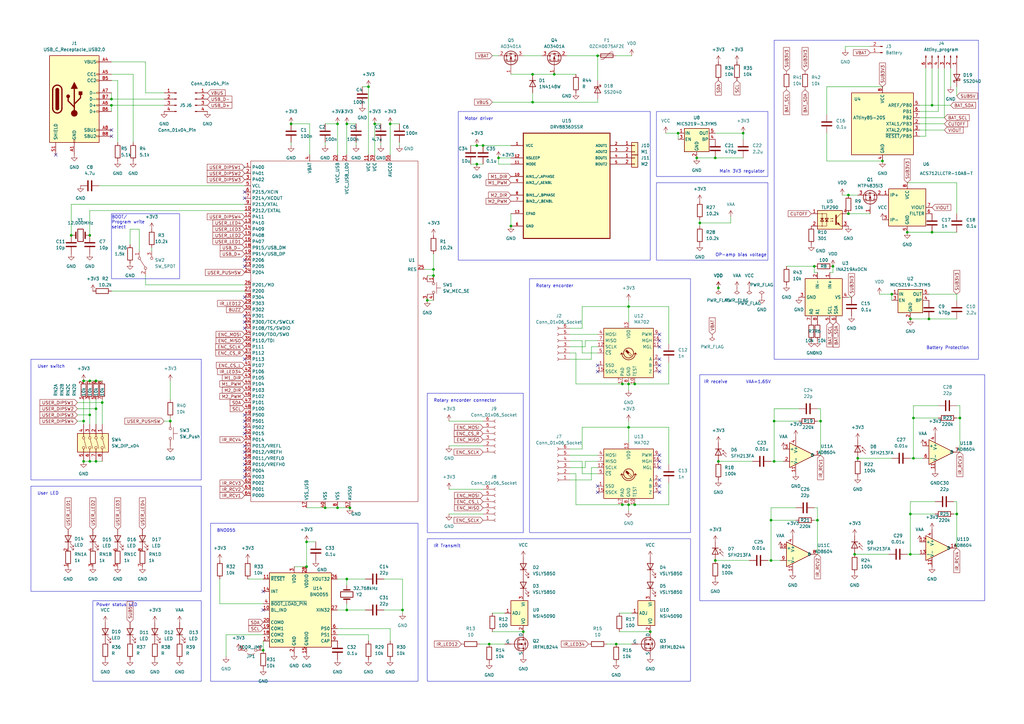
<source format=kicad_sch>
(kicad_sch (version 20230121) (generator eeschema)
  (paper "A3")
  (junction (at 257.81 175.26))
  (junction (at 34.29 189.23))
  (junction (at 260.35 157.48))
  (junction (at 125.73 232.41))
  (junction (at 204.47 64.77))
  (junction (at 36.83 170.18))
  (junction (at 336.55 172.72))
  (junction (at 177.8 113.03))
  (junction (at 160.02 50.8))
  (junction (at 335.28 213.36))
  (junction (at 214.63 259.08))
  (junction (at 334.01 109.22))
  (junction (at 347.98 80.01))
  (junction (at 373.38 210.82))
  (junction (at 374.65 187.96))
  (junction (at 45.72 40.64))
  (junction (at 218.44 30.48))
  (junction (at 317.5 189.23))
  (junction (at 294.64 118.11))
  (junction (at 39.37 156.21))
  (junction (at 34.29 172.72))
  (junction (at 351.79 187.96))
  (junction (at 198.12 59.69))
  (junction (at 142.24 237.49))
  (junction (at 316.23 213.36))
  (junction (at 347.98 87.63))
  (junction (at 209.55 92.71))
  (junction (at 45.72 43.18))
  (junction (at 175.26 123.19))
  (junction (at 266.7 259.08))
  (junction (at 374.65 171.45))
  (junction (at 393.7 171.45))
  (junction (at 382.27 43.18))
  (junction (at 34.29 156.21))
  (junction (at 255.27 157.48))
  (junction (at 142.24 250.19))
  (junction (at 107.95 266.7))
  (junction (at 133.35 208.28))
  (junction (at 381 130.81))
  (junction (at 304.8 54.61))
  (junction (at 373.38 227.33))
  (junction (at 373.38 130.81))
  (junction (at 293.37 64.77))
  (junction (at 285.75 64.77))
  (junction (at 142.24 50.8))
  (junction (at 143.51 208.28))
  (junction (at 39.37 189.23))
  (junction (at 361.95 66.04))
  (junction (at 36.83 156.21))
  (junction (at 69.85 172.72))
  (junction (at 195.58 59.69))
  (junction (at 278.13 54.61))
  (junction (at 392.43 210.82))
  (junction (at 165.1 250.19))
  (junction (at 287.02 91.44))
  (junction (at 260.35 207.01))
  (junction (at 36.83 189.23))
  (junction (at 382.27 95.25))
  (junction (at 138.43 50.8))
  (junction (at 245.11 22.86))
  (junction (at 365.76 120.65))
  (junction (at 125.73 222.25))
  (junction (at 257.81 157.48))
  (junction (at 36.83 96.52))
  (junction (at 257.81 125.73))
  (junction (at 119.38 50.8))
  (junction (at 41.91 165.1))
  (junction (at 317.5 172.72))
  (junction (at 293.37 229.87))
  (junction (at 316.23 229.87))
  (junction (at 255.27 207.01))
  (junction (at 341.63 109.22))
  (junction (at 257.81 207.01))
  (junction (at 350.52 227.33))
  (junction (at 29.21 96.52))
  (junction (at 153.67 50.8))
  (junction (at 177.8 110.49))
  (junction (at 195.58 67.31))
  (junction (at 151.13 35.56))
  (junction (at 294.64 189.23))
  (junction (at 252.73 264.16))
  (junction (at 200.66 264.16))
  (junction (at 227.33 30.48))
  (junction (at 372.11 95.25))
  (junction (at 39.37 167.64))
  (junction (at 218.44 41.91))
  (junction (at 138.43 208.28))
  (no_connect (at 100.33 109.22))
  (no_connect (at 245.11 199.39))
  (no_connect (at 100.33 195.58))
  (no_connect (at 100.33 81.28))
  (no_connect (at 270.51 201.93))
  (no_connect (at 270.51 199.39))
  (no_connect (at 100.33 121.92))
  (no_connect (at 270.51 191.77))
  (no_connect (at 270.51 189.23))
  (no_connect (at 100.33 185.42))
  (no_connect (at 100.33 147.32))
  (no_connect (at 270.51 196.85))
  (no_connect (at 100.33 132.08))
  (no_connect (at 100.33 187.96))
  (no_connect (at 100.33 134.62))
  (no_connect (at 100.33 78.74))
  (no_connect (at 270.51 186.69))
  (no_connect (at 270.51 149.86))
  (no_connect (at 245.11 149.86))
  (no_connect (at 100.33 170.18))
  (no_connect (at 100.33 172.72))
  (no_connect (at 100.33 106.68))
  (no_connect (at 100.33 129.54))
  (no_connect (at 45.72 53.34))
  (no_connect (at 107.95 250.19))
  (no_connect (at 22.86 63.5))
  (no_connect (at 45.72 55.88))
  (no_connect (at 107.95 242.57))
  (no_connect (at 100.33 190.5))
  (no_connect (at 245.11 152.4))
  (no_connect (at 100.33 177.8))
  (no_connect (at 270.51 147.32))
  (no_connect (at 100.33 175.26))
  (no_connect (at 100.33 193.04))
  (no_connect (at 100.33 182.88))
  (no_connect (at 270.51 137.16))
  (no_connect (at 270.51 142.24))
  (no_connect (at 245.11 201.93))
  (no_connect (at 270.51 139.7))
  (no_connect (at 270.51 152.4))
  (wire (pts (xy 387.35 48.26) (xy 377.19 48.26)))
  (wire (pts (xy 101.6 237.49) (xy 107.95 237.49)))
  (wire (pts (xy 351.79 187.96) (xy 365.76 187.96)))
  (wire (pts (xy 67.31 172.72) (xy 69.85 172.72)))
  (wire (pts (xy 240.03 139.7) (xy 240.03 142.24)))
  (wire (pts (xy 374.65 187.96) (xy 378.46 187.96)))
  (wire (pts (xy 257.81 125.73) (xy 274.32 125.73)))
  (wire (pts (xy 245.11 142.24) (xy 242.57 142.24)))
  (wire (pts (xy 393.7 171.45) (xy 393.7 185.42)))
  (wire (pts (xy 201.93 41.91) (xy 218.44 41.91)))
  (wire (pts (xy 236.22 207.01) (xy 255.27 207.01)))
  (wire (pts (xy 90.17 237.49) (xy 90.17 247.65)))
  (wire (pts (xy 347.98 87.63) (xy 356.87 87.63)))
  (wire (pts (xy 374.65 187.96) (xy 374.65 171.45)))
  (wire (pts (xy 339.09 35.56) (xy 361.95 35.56)))
  (wire (pts (xy 138.43 237.49) (xy 142.24 237.49)))
  (wire (pts (xy 293.37 229.87) (xy 307.34 229.87)))
  (wire (pts (xy 204.47 67.31) (xy 204.47 64.77)))
  (wire (pts (xy 384.81 27.94) (xy 384.81 45.72)))
  (wire (pts (xy 254 259.08) (xy 266.7 259.08)))
  (wire (pts (xy 200.66 264.16) (xy 207.01 264.16)))
  (wire (pts (xy 138.43 257.81) (xy 160.02 257.81)))
  (wire (pts (xy 316.23 229.87) (xy 320.04 229.87)))
  (wire (pts (xy 346.71 19.05) (xy 356.87 19.05)))
  (wire (pts (xy 391.16 205.74) (xy 392.43 205.74)))
  (wire (pts (xy 245.11 40.64) (xy 245.11 41.91)))
  (wire (pts (xy 299.72 88.9) (xy 299.72 91.44)))
  (wire (pts (xy 257.81 157.48) (xy 260.35 157.48)))
  (wire (pts (xy 257.81 125.73) (xy 257.81 132.08)))
  (wire (pts (xy 336.55 172.72) (xy 336.55 186.69)))
  (wire (pts (xy 198.12 59.69) (xy 209.55 59.69)))
  (wire (pts (xy 45.72 25.4) (xy 59.69 25.4)))
  (wire (pts (xy 381 130.81) (xy 392.43 130.81)))
  (wire (pts (xy 142.24 237.49) (xy 142.24 240.03)))
  (wire (pts (xy 160.02 257.81) (xy 160.02 262.89)))
  (wire (pts (xy 238.76 189.23) (xy 238.76 194.31)))
  (wire (pts (xy 374.65 171.45) (xy 384.81 171.45)))
  (wire (pts (xy 317.5 189.23) (xy 321.31 189.23)))
  (wire (pts (xy 31.75 167.64) (xy 39.37 167.64)))
  (wire (pts (xy 335.28 208.28) (xy 335.28 213.36)))
  (wire (pts (xy 393.7 166.37) (xy 393.7 171.45)))
  (wire (pts (xy 193.04 67.31) (xy 195.58 67.31)))
  (wire (pts (xy 157.48 250.19) (xy 165.1 250.19)))
  (wire (pts (xy 39.37 189.23) (xy 41.91 189.23)))
  (wire (pts (xy 334.01 111.76) (xy 335.28 111.76)))
  (wire (pts (xy 142.24 250.19) (xy 142.24 247.65)))
  (wire (pts (xy 274.32 175.26) (xy 274.32 190.5)))
  (wire (pts (xy 360.68 120.65) (xy 365.76 120.65)))
  (wire (pts (xy 100.33 83.82) (xy 29.21 83.82)))
  (wire (pts (xy 92.71 269.24) (xy 92.71 260.35)))
  (wire (pts (xy 341.63 109.22) (xy 341.63 111.76)))
  (wire (pts (xy 163.83 58.42) (xy 163.83 59.69)))
  (wire (pts (xy 254 251.46) (xy 259.08 251.46)))
  (wire (pts (xy 392.43 171.45) (xy 393.7 171.45)))
  (wire (pts (xy 151.13 35.56) (xy 151.13 63.5)))
  (wire (pts (xy 29.21 83.82) (xy 29.21 96.52)))
  (wire (pts (xy 232.41 22.86) (xy 245.11 22.86)))
  (wire (pts (xy 287.02 91.44) (xy 299.72 91.44)))
  (wire (pts (xy 382.27 43.18) (xy 389.89 43.18)))
  (wire (pts (xy 120.65 232.41) (xy 125.73 232.41)))
  (wire (pts (xy 69.85 156.21) (xy 69.85 163.83)))
  (wire (pts (xy 165.1 250.19) (xy 165.1 251.46)))
  (wire (pts (xy 45.72 40.64) (xy 45.72 38.1)))
  (wire (pts (xy 59.69 116.84) (xy 100.33 116.84)))
  (wire (pts (xy 245.11 22.86) (xy 245.11 33.02)))
  (wire (pts (xy 184.15 200.66) (xy 198.12 200.66)))
  (wire (pts (xy 36.83 86.36) (xy 100.33 86.36)))
  (wire (pts (xy 377.19 50.8) (xy 387.35 50.8)))
  (wire (pts (xy 34.29 163.83) (xy 34.29 172.72)))
  (wire (pts (xy 146.05 58.42) (xy 146.05 59.69)))
  (wire (pts (xy 381 120.65) (xy 392.43 120.65)))
  (wire (pts (xy 201.93 22.86) (xy 204.47 22.86)))
  (wire (pts (xy 349.25 121.92) (xy 347.98 121.92)))
  (wire (pts (xy 294.64 189.23) (xy 308.61 189.23)))
  (wire (pts (xy 201.93 251.46) (xy 207.01 251.46)))
  (wire (pts (xy 184.15 172.72) (xy 198.12 172.72)))
  (wire (pts (xy 341.63 111.76) (xy 340.36 111.76)))
  (wire (pts (xy 153.67 50.8) (xy 156.21 50.8)))
  (wire (pts (xy 255.27 207.01) (xy 257.81 207.01)))
  (wire (pts (xy 373.38 227.33) (xy 377.19 227.33)))
  (wire (pts (xy 255.27 157.48) (xy 257.81 157.48)))
  (wire (pts (xy 293.37 54.61) (xy 304.8 54.61)))
  (wire (pts (xy 236.22 194.31) (xy 236.22 207.01)))
  (wire (pts (xy 392.43 35.56) (xy 392.43 39.37)))
  (wire (pts (xy 238.76 125.73) (xy 238.76 134.62)))
  (wire (pts (xy 274.32 207.01) (xy 260.35 207.01)))
  (wire (pts (xy 245.11 191.77) (xy 242.57 191.77)))
  (wire (pts (xy 334.01 213.36) (xy 335.28 213.36)))
  (wire (pts (xy 34.29 156.21) (xy 36.83 156.21)))
  (wire (pts (xy 334.01 208.28) (xy 335.28 208.28)))
  (wire (pts (xy 233.68 189.23) (xy 238.76 189.23)))
  (wire (pts (xy 127 50.8) (xy 119.38 50.8)))
  (wire (pts (xy 242.57 147.32) (xy 233.68 147.32)))
  (wire (pts (xy 233.68 144.78) (xy 236.22 144.78)))
  (wire (pts (xy 336.55 167.64) (xy 336.55 172.72)))
  (wire (pts (xy 257.81 157.48) (xy 257.81 160.02)))
  (wire (pts (xy 257.81 175.26) (xy 274.32 175.26)))
  (wire (pts (xy 257.81 175.26) (xy 238.76 175.26)))
  (wire (pts (xy 204.47 64.77) (xy 209.55 64.77)))
  (wire (pts (xy 373.38 130.81) (xy 381 130.81)))
  (wire (pts (xy 92.71 260.35) (xy 107.95 260.35)))
  (wire (pts (xy 177.8 110.49) (xy 177.8 113.03)))
  (wire (pts (xy 274.32 157.48) (xy 260.35 157.48)))
  (wire (pts (xy 107.95 266.7) (xy 107.95 262.89)))
  (wire (pts (xy 218.44 41.91) (xy 218.44 38.1)))
  (wire (pts (xy 36.83 173.99) (xy 36.83 170.18)))
  (wire (pts (xy 31.75 165.1) (xy 41.91 165.1)))
  (wire (pts (xy 238.76 184.15) (xy 233.68 184.15)))
  (wire (pts (xy 293.37 64.77) (xy 304.8 64.77)))
  (wire (pts (xy 317.5 189.23) (xy 317.5 172.72)))
  (wire (pts (xy 317.5 167.64) (xy 327.66 167.64)))
  (wire (pts (xy 184.15 182.88) (xy 198.12 182.88)))
  (wire (pts (xy 175.26 113.03) (xy 177.8 113.03)))
  (wire (pts (xy 138.43 260.35) (xy 151.13 260.35)))
  (wire (pts (xy 339.09 46.99) (xy 339.09 35.56)))
  (wire (pts (xy 334.01 109.22) (xy 334.01 111.76)))
  (wire (pts (xy 45.72 43.18) (xy 67.31 43.18)))
  (wire (pts (xy 391.16 210.82) (xy 392.43 210.82)))
  (wire (pts (xy 142.24 237.49) (xy 149.86 237.49)))
  (wire (pts (xy 365.76 120.65) (xy 365.76 123.19)))
  (wire (pts (xy 335.28 167.64) (xy 336.55 167.64)))
  (wire (pts (xy 142.24 63.5) (xy 142.24 50.8)))
  (wire (pts (xy 350.52 227.33) (xy 364.49 227.33)))
  (wire (pts (xy 175.26 123.19) (xy 177.8 123.19)))
  (wire (pts (xy 125.73 222.25) (xy 129.54 222.25)))
  (wire (pts (xy 209.55 30.48) (xy 218.44 30.48)))
  (wire (pts (xy 287.02 91.44) (xy 287.02 92.71)))
  (wire (pts (xy 153.67 50.8) (xy 153.67 63.5)))
  (wire (pts (xy 242.57 142.24) (xy 242.57 147.32)))
  (wire (pts (xy 133.35 58.42) (xy 133.35 59.69)))
  (wire (pts (xy 138.43 50.8) (xy 133.35 50.8)))
  (wire (pts (xy 165.1 237.49) (xy 165.1 250.19)))
  (wire (pts (xy 317.5 172.72) (xy 317.5 167.64)))
  (wire (pts (xy 392.43 205.74) (xy 392.43 210.82)))
  (wire (pts (xy 59.69 25.4) (xy 59.69 38.1)))
  (wire (pts (xy 238.76 134.62) (xy 233.68 134.62)))
  (wire (pts (xy 39.37 167.64) (xy 39.37 173.99)))
  (wire (pts (xy 372.11 227.33) (xy 373.38 227.33)))
  (wire (pts (xy 34.29 189.23) (xy 36.83 189.23)))
  (wire (pts (xy 45.72 30.48) (xy 54.61 30.48)))
  (wire (pts (xy 392.43 74.93) (xy 392.43 87.63)))
  (wire (pts (xy 238.76 194.31) (xy 245.11 194.31)))
  (wire (pts (xy 209.55 87.63) (xy 209.55 92.71)))
  (wire (pts (xy 151.13 260.35) (xy 151.13 262.89)))
  (wire (pts (xy 285.75 64.77) (xy 293.37 64.77)))
  (wire (pts (xy 322.58 109.22) (xy 334.01 109.22)))
  (wire (pts (xy 389.89 27.94) (xy 389.89 35.56)))
  (wire (pts (xy 138.43 250.19) (xy 142.24 250.19)))
  (wire (pts (xy 278.13 54.61) (xy 278.13 57.15)))
  (wire (pts (xy 335.28 213.36) (xy 335.28 227.33)))
  (wire (pts (xy 218.44 30.48) (xy 227.33 30.48)))
  (wire (pts (xy 45.72 119.38) (xy 100.33 119.38)))
  (wire (pts (xy 40.64 76.2) (xy 100.33 76.2)))
  (wire (pts (xy 36.83 170.18) (xy 31.75 170.18)))
  (wire (pts (xy 196.85 264.16) (xy 200.66 264.16)))
  (wire (pts (xy 236.22 157.48) (xy 255.27 157.48)))
  (wire (pts (xy 316.23 229.87) (xy 316.23 213.36)))
  (wire (pts (xy 177.8 104.14) (xy 177.8 110.49)))
  (wire (pts (xy 138.43 208.28) (xy 143.51 208.28)))
  (wire (pts (xy 195.58 59.69) (xy 198.12 59.69)))
  (wire (pts (xy 45.72 43.18) (xy 45.72 45.72)))
  (wire (pts (xy 245.11 189.23) (xy 240.03 189.23)))
  (wire (pts (xy 233.68 194.31) (xy 236.22 194.31)))
  (wire (pts (xy 125.73 222.25) (xy 125.73 232.41)))
  (wire (pts (xy 317.5 172.72) (xy 327.66 172.72)))
  (wire (pts (xy 392.43 166.37) (xy 393.7 166.37)))
  (wire (pts (xy 345.44 80.01) (xy 347.98 80.01)))
  (wire (pts (xy 382.27 43.18) (xy 377.19 43.18)))
  (wire (pts (xy 382.27 95.25) (xy 392.43 95.25)))
  (wire (pts (xy 195.58 67.31) (xy 198.12 67.31)))
  (wire (pts (xy 59.69 113.03) (xy 59.69 116.84)))
  (wire (pts (xy 41.91 165.1) (xy 41.91 173.99)))
  (wire (pts (xy 160.02 50.8) (xy 163.83 50.8)))
  (wire (pts (xy 45.72 40.64) (xy 67.31 40.64)))
  (wire (pts (xy 248.92 264.16) (xy 252.73 264.16)))
  (wire (pts (xy 252.73 264.16) (xy 259.08 264.16)))
  (wire (pts (xy 238.76 144.78) (xy 245.11 144.78)))
  (wire (pts (xy 36.83 163.83) (xy 36.83 170.18)))
  (wire (pts (xy 374.65 171.45) (xy 374.65 166.37)))
  (wire (pts (xy 339.09 66.04) (xy 361.95 66.04)))
  (wire (pts (xy 257.81 125.73) (xy 238.76 125.73)))
  (wire (pts (xy 57.15 93.98) (xy 57.15 102.87)))
  (wire (pts (xy 372.11 95.25) (xy 382.27 95.25)))
  (wire (pts (xy 233.68 139.7) (xy 238.76 139.7)))
  (wire (pts (xy 316.23 189.23) (xy 317.5 189.23)))
  (wire (pts (xy 36.83 96.52) (xy 36.83 86.36)))
  (wire (pts (xy 316.23 208.28) (xy 326.39 208.28)))
  (wire (pts (xy 384.81 45.72) (xy 377.19 45.72)))
  (wire (pts (xy 157.48 237.49) (xy 165.1 237.49)))
  (wire (pts (xy 125.73 208.28) (xy 133.35 208.28)))
  (wire (pts (xy 257.81 123.19) (xy 257.81 125.73)))
  (wire (pts (xy 373.38 210.82) (xy 383.54 210.82)))
  (wire (pts (xy 274.32 125.73) (xy 274.32 140.97)))
  (wire (pts (xy 377.19 53.34) (xy 387.35 53.34)))
  (wire (pts (xy 257.81 175.26) (xy 257.81 181.61)))
  (wire (pts (xy 127 63.5) (xy 127 50.8)))
  (wire (pts (xy 339.09 54.61) (xy 339.09 66.04)))
  (wire (pts (xy 39.37 156.21) (xy 41.91 156.21)))
  (wire (pts (xy 53.34 93.98) (xy 57.15 93.98)))
  (wire (pts (xy 138.43 63.5) (xy 138.43 50.8)))
  (wire (pts (xy 373.38 187.96) (xy 374.65 187.96)))
  (wire (pts (xy 257.81 207.01) (xy 260.35 207.01)))
  (wire (pts (xy 257.81 172.72) (xy 257.81 175.26)))
  (wire (pts (xy 373.38 227.33) (xy 373.38 210.82)))
  (wire (pts (xy 242.57 191.77) (xy 242.57 196.85)))
  (wire (pts (xy 240.03 191.77) (xy 233.68 191.77)))
  (wire (pts (xy 39.37 163.83) (xy 39.37 167.64)))
  (wire (pts (xy 346.71 20.32) (xy 346.71 19.05)))
  (wire (pts (xy 59.69 38.1) (xy 67.31 38.1)))
  (wire (pts (xy 214.63 22.86) (xy 222.25 22.86)))
  (wire (pts (xy 379.73 27.94) (xy 379.73 55.88)))
  (wire (pts (xy 242.57 196.85) (xy 233.68 196.85)))
  (wire (pts (xy 133.35 208.28) (xy 138.43 208.28)))
  (wire (pts (xy 238.76 175.26) (xy 238.76 184.15)))
  (wire (pts (xy 227.33 30.48) (xy 236.22 30.48)))
  (wire (pts (xy 374.65 166.37) (xy 384.81 166.37)))
  (wire (pts (xy 69.85 171.45) (xy 69.85 172.72)))
  (wire (pts (xy 304.8 54.61) (xy 304.8 57.15)))
  (wire (pts (xy 274.32 148.59) (xy 274.32 157.48)))
  (wire (pts (xy 245.11 41.91) (xy 218.44 41.91)))
  (wire (pts (xy 156.21 58.42) (xy 156.21 59.69)))
  (wire (pts (xy 236.22 144.78) (xy 236.22 157.48)))
  (wire (pts (xy 31.75 172.72) (xy 34.29 172.72)))
  (wire (pts (xy 160.02 50.8) (xy 160.02 63.5)))
  (wire (pts (xy 379.73 55.88) (xy 377.19 55.88)))
  (wire (pts (xy 233.68 137.16) (xy 245.11 137.16)))
  (wire (pts (xy 314.96 229.87) (xy 316.23 229.87)))
  (wire (pts (xy 372.11 74.93) (xy 392.43 74.93)))
  (wire (pts (xy 392.43 120.65) (xy 392.43 123.19)))
  (wire (pts (xy 252.73 22.86) (xy 259.08 22.86)))
  (wire (pts (xy 209.55 67.31) (xy 204.47 67.31)))
  (wire (pts (xy 387.35 27.94) (xy 387.35 48.26)))
  (wire (pts (xy 392.43 210.82) (xy 392.43 224.79)))
  (wire (pts (xy 274.32 198.12) (xy 274.32 207.01)))
  (wire (pts (xy 240.03 189.23) (xy 240.03 191.77)))
  (wire (pts (xy 142.24 50.8) (xy 146.05 50.8)))
  (wire (pts (xy 142.24 250.19) (xy 149.86 250.19)))
  (wire (pts (xy 373.38 205.74) (xy 383.54 205.74)))
  (wire (pts (xy 240.03 142.24) (xy 233.68 142.24)))
  (wire (pts (xy 316.23 213.36) (xy 316.23 208.28)))
  (wire (pts (xy 45.72 33.02) (xy 48.26 33.02)))
  (wire (pts (xy 193.04 59.69) (xy 195.58 59.69)))
  (wire (pts (xy 184.15 210.82) (xy 198.12 210.82)))
  (wire (pts (xy 148.59 35.56) (xy 151.13 35.56)))
  (wire (pts (xy 201.93 259.08) (xy 214.63 259.08)))
  (wire (pts (xy 382.27 27.94) (xy 382.27 43.18)))
  (wire (pts (xy 53.34 93.98) (xy 53.34 100.33)))
  (wire (pts (xy 34.29 172.72) (xy 34.29 173.99)))
  (wire (pts (xy 119.38 58.42) (xy 119.38 59.69)))
  (wire (pts (xy 273.05 54.61) (xy 278.13 54.61)))
  (wire (pts (xy 347.98 80.01) (xy 351.79 80.01)))
  (wire (pts (xy 316.23 213.36) (xy 326.39 213.36)))
  (wire (pts (xy 177.8 110.49) (xy 173.99 110.49)))
  (wire (pts (xy 36.83 156.21) (xy 39.37 156.21)))
  (wire (pts (xy 233.68 186.69) (xy 245.11 186.69)))
  (wire (pts (xy 245.11 139.7) (xy 240.03 139.7)))
  (wire (pts (xy 335.28 172.72) (xy 336.55 172.72)))
  (wire (pts (xy 54.61 30.48) (xy 54.61 58.42)))
  (wire (pts (xy 48.26 33.02) (xy 48.26 58.42)))
  (wire (pts (xy 373.38 210.82) (xy 373.38 205.74)))
  (wire (pts (xy 36.83 189.23) (xy 39.37 189.23)))
  (wire (pts (xy 287.02 90.17) (xy 287.02 91.44)))
  (wire (pts (xy 238.76 139.7) (xy 238.76 144.78)))
  (wire (pts (xy 62.23 101.6) (xy 62.23 102.87)))
  (wire (pts (xy 41.91 163.83) (xy 41.91 165.1)))
  (wire (pts (xy 257.81 207.01) (xy 257.81 209.55)))
  (wire (pts (xy 90.17 247.65) (xy 107.95 247.65)))
  (rectangle (start 287.02 153.67) (end 403.86 246.38))
  (rectangle (start 45.72 87.63) (end 73.66 114.3))
  (rectangle (start 187.96 45.72) (end 266.7 106.68))
  (rectangle (start 269.24 74.93) (end 314.96 106.68))
  (rectangle (start 38.1 246.38) (end 82.55 279.4))
  (rectangle (start 12.7 147.32) (end 82.55 196.85))
  (rectangle (start 175.26 161.29) (end 214.63 218.44))
  (rectangle (start 317.5 16.51) (end 401.32 147.32))
  (rectangle (start 175.26 220.98) (end 283.21 279.4))
  (rectangle (start 12.7 199.39) (end 82.55 242.57))
  (rectangle (start 86.36 214.63) (end 171.45 279.4))
  (rectangle (start 217.17 114.3) (end 283.21 218.44))
  (rectangle (start 269.24 45.72) (end 314.96 72.39))
  (text "Battery Protection" (at 397.51 143.51 0) (effects (font (size 1.27 1.27)) (justify right bottom)))
  (text "Rotary encorder" (at 219.71 118.11 0) (effects (font (size 1.27 1.27)) (justify left bottom)))
  (text "Main 3V3 regulator" (at 313.69 71.12 0) (effects (font (size 1.27 1.27)) (justify right bottom)))
  (text "Motor driver" (at 190.5 49.53 0) (effects (font (size 1.27 1.27)) (justify left bottom)))
  (text "Power status LED" (at 39.37 248.92 0) (effects (font (size 1.27 1.27)) (justify left bottom)))
  (text "User switch\n" (at 26.67 151.13 0) (effects (font (size 1.27 1.27)) (justify right bottom)))
  (text "IR Transmit" (at 177.8 224.79 0) (effects (font (size 1.27 1.27)) (justify left bottom)))
  (text "BNO055" (at 88.9 218.44 0) (effects (font (size 1.27 1.27)) (justify left bottom)))
  (text "User LED" (at 24.13 203.2 0) (effects (font (size 1.27 1.27)) (justify right bottom)))
  (text "BOOT/\nProgram write \nselect\n" (at 45.72 93.98 0) (effects (font (size 1.27 1.27)) (justify left bottom)))
  (text "IR receive" (at 298.45 157.48 0) (effects (font (size 1.27 1.27)) (justify right bottom)))
  (text "OP-amp bias voltage" (at 293.37 105.41 0) (effects (font (size 1.27 1.27)) (justify left bottom)))
  (text "Rotary encorder connector" (at 177.8 165.1 0) (effects (font (size 1.27 1.27)) (justify left bottom)))
  (text "VAA=1.65V" (at 316.23 157.48 0) (effects (font (size 1.27 1.27)) (justify right bottom)))
  (global_label "USB_D+" (shape input) (at 85.09 43.18 0) (property "Intersheetrefs" "${INTERSHEET_REFS}" (effects hide)))
  (global_label "SCL" (shape input) (at 302.26 33.02 270) (property "Intersheetrefs" "${INTERSHEET_REFS}" (effects hide)))
  (global_label "SUB5V" (shape input) (at 53.34 255.27 90) (property "Intersheetrefs" "${INTERSHEET_REFS}" (effects hide)))
  (global_label "IR_LED34" (shape input) (at 100.33 152.4 180) (property "Intersheetrefs" "${INTERSHEET_REFS}" (effects hide)))
  (global_label "SUB3V3" (shape input) (at 372.11 74.93 90) (property "Intersheetrefs" "${INTERSHEET_REFS}" (effects hide)))
  (global_label "IR_RCV3" (shape input) (at 393.7 185.42 270) (property "Intersheetrefs" "${INTERSHEET_REFS}" (effects hide)))
  (global_label "USER_DIPSW1" (shape input) (at 100.33 68.58 180) (property "Intersheetrefs" "${INTERSHEET_REFS}" (effects hide)))
  (global_label "ENC_MOSI" (shape input) (at 198.12 175.26 180) (property "Intersheetrefs" "${INTERSHEET_REFS}" (effects hide)))
  (global_label "USB_D-" (shape input) (at 85.09 40.64 0) (property "Intersheetrefs" "${INTERSHEET_REFS}" (effects hide)))
  (global_label "SUB3V3" (shape input) (at 361.95 35.56 90) (property "Intersheetrefs" "${INTERSHEET_REFS}" (effects hide)))
  (global_label "BAT_SDA" (shape input) (at 342.9 132.08 270) (property "Intersheetrefs" "${INTERSHEET_REFS}" (effects hide)))
  (global_label "VIOUT" (shape input) (at 387.35 53.34 0) (property "Intersheetrefs" "${INTERSHEET_REFS}" (effects hide)))
  (global_label "ENC_CS_R" (shape input) (at 198.12 177.8 180) (property "Intersheetrefs" "${INTERSHEET_REFS}" (effects hide)))
  (global_label "M1_PWM" (shape input) (at 209.55 74.93 180) (property "Intersheetrefs" "${INTERSHEET_REFS}" (effects hide)))
  (global_label "IR_RCV1" (shape input) (at 100.33 203.2 180) (property "Intersheetrefs" "${INTERSHEET_REFS}" (effects hide)))
  (global_label "ENC_CS_L" (shape input) (at 100.33 149.86 180) (property "Intersheetrefs" "${INTERSHEET_REFS}" (effects hide)))
  (global_label "USB_D-" (shape input) (at 100.33 101.6 180) (property "Intersheetrefs" "${INTERSHEET_REFS}" (effects hide)))
  (global_label "SUB3V3" (shape input) (at 349.25 121.92 90) (property "Intersheetrefs" "${INTERSHEET_REFS}" (effects hide)))
  (global_label "USER_LED3" (shape input) (at 48.26 217.17 90) (property "Intersheetrefs" "${INTERSHEET_REFS}" (effects hide)))
  (global_label "M2_DIR" (shape input) (at 209.55 80.01 180) (property "Intersheetrefs" "${INTERSHEET_REFS}" (effects hide)))
  (global_label "SDA" (shape input) (at 100.33 165.1 180) (property "Intersheetrefs" "${INTERSHEET_REFS}" (effects hide)))
  (global_label "ENC_MOSI" (shape input) (at 100.33 137.16 180) (property "Intersheetrefs" "${INTERSHEET_REFS}" (effects hide)))
  (global_label "USER_DIPSW1" (shape input) (at 31.75 165.1 180) (property "Intersheetrefs" "${INTERSHEET_REFS}" (effects hide)))
  (global_label "M2_PWM" (shape input) (at 209.55 82.55 180) (property "Intersheetrefs" "${INTERSHEET_REFS}" (effects hide)))
  (global_label "USER_DIPSW2" (shape input) (at 31.75 167.64 180) (property "Intersheetrefs" "${INTERSHEET_REFS}" (effects hide)))
  (global_label "VBAT" (shape input) (at 292.1 137.16 90) (property "Intersheetrefs" "${INTERSHEET_REFS}" (effects hide)))
  (global_label "USER_LED1" (shape input) (at 27.94 217.17 90) (property "Intersheetrefs" "${INTERSHEET_REFS}" (effects hide)))
  (global_label "USER_LED2" (shape input) (at 100.33 96.52 180) (property "Intersheetrefs" "${INTERSHEET_REFS}" (effects hide)))
  (global_label "BAT_SCL" (shape input) (at 322.58 36.83 270) (property "Intersheetrefs" "${INTERSHEET_REFS}" (effects hide)))
  (global_label "IR_RCV2" (shape input) (at 100.33 200.66 180) (property "Intersheetrefs" "${INTERSHEET_REFS}" (effects hide)))
  (global_label "M2_PWM" (shape input) (at 100.33 162.56 180) (property "Intersheetrefs" "${INTERSHEET_REFS}" (effects hide)))
  (global_label "ENC_SCLK" (shape input) (at 100.33 142.24 180) (property "Intersheetrefs" "${INTERSHEET_REFS}" (effects hide)))
  (global_label "SCL" (shape input) (at 107.95 257.81 180) (property "Intersheetrefs" "${INTERSHEET_REFS}" (effects hide)))
  (global_label "USER_DIPSW4" (shape input) (at 100.33 88.9 180) (property "Intersheetrefs" "${INTERSHEET_REFS}" (effects hide)))
  (global_label "SUB3V3" (shape input) (at 322.58 29.21 90) (property "Intersheetrefs" "${INTERSHEET_REFS}" (effects hide)))
  (global_label "USER_LED3" (shape input) (at 100.33 93.98 180) (property "Intersheetrefs" "${INTERSHEET_REFS}" (effects hide)))
  (global_label "USB_D+" (shape input) (at 100.33 104.14 180) (property "Intersheetrefs" "${INTERSHEET_REFS}" (effects hide)))
  (global_label "USER_DIPSW4" (shape input) (at 31.75 172.72 180) (property "Intersheetrefs" "${INTERSHEET_REFS}" (effects hide)))
  (global_label "IR_LED12" (shape input) (at 189.23 264.16 180) (property "Intersheetrefs" "${INTERSHEET_REFS}" (effects hide)))
  (global_label "ENC_SCLK" (shape input) (at 198.12 213.36 180) (property "Intersheetrefs" "${INTERSHEET_REFS}" (effects hide)))
  (global_label "M1_DIR" (shape input) (at 100.33 154.94 180) (property "Intersheetrefs" "${INTERSHEET_REFS}" (effects hide)))
  (global_label "M1_PWM" (shape input) (at 100.33 157.48 180) (property "Intersheetrefs" "${INTERSHEET_REFS}" (effects hide)))
  (global_label "USER_LED1" (shape input) (at 100.33 99.06 180) (property "Intersheetrefs" "${INTERSHEET_REFS}" (effects hide)))
  (global_label "IR_RCV3" (shape input) (at 100.33 198.12 180) (property "Intersheetrefs" "${INTERSHEET_REFS}" (effects hide)))
  (global_label "USER_PUSHSW" (shape input) (at 100.33 111.76 180) (property "Intersheetrefs" "${INTERSHEET_REFS}" (effects hide)))
  (global_label "BAT_SCL" (shape input) (at 340.36 132.08 270) (property "Intersheetrefs" "${INTERSHEET_REFS}" (effects hide)))
  (global_label "IR_RCV2" (shape input) (at 335.28 227.33 270) (property "Intersheetrefs" "${INTERSHEET_REFS}" (effects hide)))
  (global_label "BAT_SDA" (shape input) (at 330.2 36.83 270) (property "Intersheetrefs" "${INTERSHEET_REFS}" (effects hide)))
  (global_label "BAT_SCL" (shape input) (at 387.35 48.26 0) (property "Intersheetrefs" "${INTERSHEET_REFS}" (effects hide)))
  (global_label "IR_LED34" (shape input) (at 241.3 264.16 180) (property "Intersheetrefs" "${INTERSHEET_REFS}" (effects hide)))
  (global_label "VBUS" (shape input) (at 201.93 41.91 180) (property "Intersheetrefs" "${INTERSHEET_REFS}" (effects hide)))
  (global_label "SUB3V3" (shape input) (at 330.2 29.21 90) (property "Intersheetrefs" "${INTERSHEET_REFS}" (effects hide)))
  (global_label "USER_LED2" (shape input) (at 38.1 217.17 90) (property "Intersheetrefs" "${INTERSHEET_REFS}" (effects hide)))
  (global_label "M1_DIR" (shape input) (at 209.55 72.39 180) (property "Intersheetrefs" "${INTERSHEET_REFS}" (effects hide)))
  (global_label "VBUS" (shape input) (at 85.09 38.1 0) (property "Intersheetrefs" "${INTERSHEET_REFS}" (effects hide)))
  (global_label "USER_LED4" (shape input) (at 100.33 91.44 180) (property "Intersheetrefs" "${INTERSHEET_REFS}" (effects hide)))
  (global_label "VBAT" (shape input) (at 201.93 22.86 180) (property "Intersheetrefs" "${INTERSHEET_REFS}" (effects hide)))
  (global_label "VIOUT" (shape input) (at 382.27 85.09 0) (property "Intersheetrefs" "${INTERSHEET_REFS}" (effects hide)))
  (global_label "CUTOFF" (shape input) (at 332.74 87.63 180) (property "Intersheetrefs" "${INTERSHEET_REFS}" (effects hide)))
  (global_label "CUTOFF" (shape input) (at 387.35 50.8 0) (property "Intersheetrefs" "${INTERSHEET_REFS}" (effects hide)))
  (global_label "IR_RCV4" (shape input) (at 392.43 224.79 270) (property "Intersheetrefs" "${INTERSHEET_REFS}" (effects hide)))
  (global_label "ENC_CS_L" (shape input) (at 198.12 205.74 180) (property "Intersheetrefs" "${INTERSHEET_REFS}" (effects hide)))
  (global_label "USER_DIPSW3" (shape input) (at 100.33 73.66 180) (property "Intersheetrefs" "${INTERSHEET_REFS}" (effects hide)))
  (global_label "SCL" (shape input) (at 100.33 167.64 180) (property "Intersheetrefs" "${INTERSHEET_REFS}" (effects hide)))
  (global_label "ENC_SCLK" (shape input) (at 198.12 185.42 180) (property "Intersheetrefs" "${INTERSHEET_REFS}" (effects hide)))
  (global_label "USER_PUSHSW" (shape input) (at 67.31 172.72 180) (property "Intersheetrefs" "${INTERSHEET_REFS}" (effects hide)))
  (global_label "SUB5V" (shape input) (at 392.43 39.37 0) (property "Intersheetrefs" "${INTERSHEET_REFS}" (effects hide)))
  (global_label "ENC_CS_R" (shape input) (at 100.33 144.78 180) (property "Intersheetrefs" "${INTERSHEET_REFS}" (effects hide)))
  (global_label "IR_RCV1" (shape input) (at 336.55 186.69 270) (property "Intersheetrefs" "${INTERSHEET_REFS}" (effects hide)))
  (global_label "ENC_MISO" (shape input) (at 100.33 139.7 180) (property "Intersheetrefs" "${INTERSHEET_REFS}" (effects hide)))
  (global_label "BUZZ" (shape input) (at 100.33 127 180) (property "Intersheetrefs" "${INTERSHEET_REFS}" (effects hide)))
  (global_label "IR_RCV4" (shape input) (at 100.33 180.34 180) (property "Intersheetrefs" "${INTERSHEET_REFS}" (effects hide)))
  (global_label "USER_DIPSW2" (shape input) (at 100.33 71.12 180) (property "Intersheetrefs" "${INTERSHEET_REFS}" (effects hide)))
  (global_label "M2_DIR" (shape input) (at 100.33 160.02 180) (property "Intersheetrefs" "${INTERSHEET_REFS}" (effects hide)))
  (global_label "ENC_MISO" (shape input) (at 198.12 180.34 180) (property "Intersheetrefs" "${INTERSHEET_REFS}" (effects hide)))
  (global_label "SUB3V3" (shape input) (at 392.43 120.65 90) (property "Intersheetrefs" "${INTERSHEET_REFS}" (effects hide)))
  (global_label "ENC_MISO" (shape input) (at 198.12 208.28 180) (property "Intersheetrefs" "${INTERSHEET_REFS}" (effects hide)))
  (global_label "SDA" (shape input) (at 294.64 33.02 270) (property "Intersheetrefs" "${INTERSHEET_REFS}" (effects hide)))
  (global_label "BAT_SDA" (shape input) (at 389.89 43.18 0) (property "Intersheetrefs" "${INTERSHEET_REFS}" (effects hide)))
  (global_label "ENC_MOSI" (shape input) (at 198.12 203.2 180) (property "Intersheetrefs" "${INTERSHEET_REFS}" (effects hide)))
  (global_label "VBAT" (shape input) (at 356.87 21.59 180) (property "Intersheetrefs" "${INTERSHEET_REFS}" (effects hide)))
  (global_label "SDA" (shape input) (at 107.95 255.27 180) (property "Intersheetrefs" "${INTERSHEET_REFS}" (effects hide)))
  (global_label "USER_DIPSW3" (shape input) (at 31.75 170.18 180) (property "Intersheetrefs" "${INTERSHEET_REFS}" (effects hide)))
  (global_label "USER_LED4" (shape input) (at 58.42 217.17 90) (property "Intersheetrefs" "${INTERSHEET_REFS}" (effects hide)))
  (global_label "IR_LED12" (shape input) (at 100.33 124.46 180) (property "Intersheetrefs" "${INTERSHEET_REFS}" (effects hide)))
  (symbol (lib_id "Device:D_Schottky") (at 245.11 36.83 270) (unit 1)
    (property "Reference" "D18" (at 247.65 35.2425 90) (effects (justify left)))
    (property "Value" "SS2040" (at 247.65 37.7825 90) (effects (justify left)))
  )
  (symbol (lib_id "Device:C") (at 382.27 91.44 0) (unit 1)
    (property "Reference" "C17" (at 386.08 90.17 0) (effects (justify left)))
    (property "Value" "1n" (at 386.08 92.71 0) (effects (justify left)))
  )
  (symbol (lib_id "power:VAA") (at 377.19 222.25 0) (unit 1)
    (property "Reference" "#PWR060" (effects hide))
    (property "Value" "VAA" (at 377.19 217.17 0))
  )
  (symbol (lib_id "Device:R") (at 332.74 96.52 0) (unit 1)
    (property "Reference" "R10" (at 335.28 95.25 0) (effects (justify left)))
    (property "Value" "301" (at 335.28 97.79 0) (effects (justify left)))
  )
  (symbol (lib_id "Device:R") (at 193.04 264.16 90) (unit 1)
    (property "Reference" "R13" (at 193.04 257.81 90))
    (property "Value" "10" (at 193.04 260.35 90))
  )
  (symbol (lib_id "Device:R") (at 351.79 191.77 0) (unit 1)
    (property "Reference" "R22" (at 354.33 190.5 0) (effects (justify left)))
    (property "Value" "100k" (at 354.33 193.04 0) (effects (justify left)))
  )
  (symbol (lib_id "power:GND") (at 346.71 20.32 0) (unit 1)
    (property "Reference" "#PWR017" (effects hide))
    (property "Value" "GND" (at 346.71 25.4 0))
  )
  (symbol (lib_id "Switch:SW_DIP_x04") (at 36.83 181.61 270) (unit 1)
    (property "Reference" "SW4" (at 45.72 180.34 90) (effects (justify left)))
    (property "Value" "SW_DIP_x04" (at 45.72 182.88 90) (effects (justify left)))
  )
  (symbol (lib_id "power:PWR_FLAG") (at 292.1 137.16 180) (unit 1)
    (property "Reference" "#FLG07" (effects hide))
    (property "Value" "PWR_FLAG" (at 292.1 142.24 0))
  )
  (symbol (lib_id "Device:D_Photo") (at 294.64 186.69 270) (unit 1)
    (property "Reference" "D6" (at 299.72 184.4675 90) (effects (justify left)))
    (property "Value" "SFH213FA" (at 299.72 187.0075 90) (effects (justify left)))
  )
  (symbol (lib_id "Sensor_Magnetic:MA730") (at 257.81 194.31 0) (unit 1)
    (property "Reference" "U13" (at 260.0041 179.07 0) (effects (justify left)))
    (property "Value" "MA702" (at 260.0041 181.61 0) (effects (justify left)))
    (property "Footprint" "Package_DFN_QFN:QFN-16-1EP_3x3mm_P0.5mm_EP1.75x1.75mm" (effects hide))
    (property "Datasheet" "https://www.monolithicpower.com/pub/media/document/m/a/ma730_r1.01.pdf" (effects hide))
  )
  (symbol (lib_id "power:+3V3") (at 63.5 255.27 0) (unit 1)
    (property "Reference" "#PWR094" (effects hide))
    (property "Value" "+3V3" (at 63.5 250.19 0))
  )
  (symbol (lib_id "Device:C") (at 274.32 194.31 0) (unit 1)
    (property "Reference" "C13" (at 278.13 193.04 0) (effects (justify left)))
    (property "Value" "1n" (at 278.13 195.58 0) (effects (justify left)))
  )
  (symbol (lib_id "Device:C") (at 330.2 208.28 90) (unit 1)
    (property "Reference" "C26" (at 330.2 200.66 90))
    (property "Value" "22p" (at 330.2 203.2 90))
  )
  (symbol (lib_id "Sensor_Energy:INA219AxDCN") (at 337.82 121.92 270) (unit 1)
    (property "Reference" "U3" (at 346.71 107.95 90))
    (property "Value" "INA219AxDCN" (at 349.25 110.49 90))
    (property "Footprint" "Package_TO_SOT_SMD:SOT-23-8_Handsoldering" (effects hide))
    (property "Datasheet" "http://www.ti.com/lit/ds/symlink/ina219.pdf" (effects hide))
  )
  (symbol (lib_id "Device:R") (at 48.26 62.23 0) (unit 1)
    (property "Reference" "R5" (at 49.53 60.96 0) (effects (justify left)))
    (property "Value" "5.1k" (at 49.53 63.5 0) (effects (justify left)))
  )
  (symbol (lib_id "power:GND") (at 69.85 182.88 0) (unit 1)
    (property "Reference" "#PWR0118" (effects hide))
    (property "Value" "GND" (at 69.85 187.96 0))
  )
  (symbol (lib_id "Device:C") (at 392.43 127 0) (unit 1)
    (property "Reference" "C10" (at 396.24 125.73 0) (effects (justify left)))
    (property "Value" "2.2u" (at 396.24 128.27 0) (effects (justify left)))
  )
  (symbol (lib_id "Device:R") (at 245.11 264.16 90) (unit 1)
    (property "Reference" "R15" (at 245.11 257.81 90))
    (property "Value" "10" (at 245.11 260.35 90))
  )
  (symbol (lib_id "Connector_Generic:Conn_01x02") (at 260.35 59.69 0) (unit 1)
    (property "Reference" "J10" (at 262.89 59.69 0) (effects (justify left)))
    (property "Value" "M1" (at 262.89 62.23 0) (effects (justify left)))
  )
  (symbol (lib_id "power:VDD") (at 360.68 120.65 0) (unit 1)
    (property "Reference" "#PWR066" (effects hide))
    (property "Value" "VDD" (at 360.68 115.57 0))
  )
  (symbol (lib_id "power:+3V3") (at 151.13 35.56 0) (unit 1)
    (property "Reference" "#PWR012" (effects hide))
    (property "Value" "+3V3" (at 151.13 30.48 0))
  )
  (symbol (lib_id "power:+3V3") (at 302.26 25.4 0) (unit 1)
    (property "Reference" "#PWR097" (effects hide))
    (property "Value" "+3V3" (at 302.26 20.32 0))
  )
  (symbol (lib_id "Device:C") (at 312.42 189.23 90) (unit 1)
    (property "Reference" "C23" (at 312.42 181.61 90))
    (property "Value" "0.01u" (at 312.42 184.15 90))
  )
  (symbol (lib_id "power:+3V3") (at 142.24 50.8 0) (unit 1)
    (property "Reference" "#PWR03" (effects hide))
    (property "Value" "+3V3" (at 142.24 45.72 0))
  )
  (symbol (lib_id "power:GND") (at 287.02 100.33 0) (unit 1)
    (property "Reference" "#PWR072" (effects hide))
    (property "Value" "GND" (at 287.02 105.41 0))
  )
  (symbol (lib_id "Regulator_Linear:MIC5219-3.3YM5") (at 373.38 123.19 0) (unit 1)
    (property "Reference" "U2" (at 373.38 114.3 0))
    (property "Value" "MIC5219-3.3YM5" (at 373.38 116.84 0))
    (property "Footprint" "Package_TO_SOT_SMD:SOT-23-5" (effects hide))
    (property "Datasheet" "http://ww1.microchip.com/downloads/en/DeviceDoc/MIC5219-500mA-Peak-Output-LDO-Regulator-DS20006021A.pdf" (effects hide))
  )
  (symbol (lib_id "Device:R") (at 63.5 266.7 0) (unit 1)
    (property "Reference" "R38" (at 66.04 265.43 0) (effects (justify left)))
    (property "Value" "R" (at 66.04 267.97 0) (effects (justify left)))
  )
  (symbol (lib_id "power:VCC") (at 273.05 54.61 0) (unit 1)
    (property "Reference" "#PWR031" (effects hide))
    (property "Value" "VCC" (at 273.05 49.53 0))
  )
  (symbol (lib_id "power:GND") (at 107.95 274.32 0) (unit 1)
    (property "Reference" "#PWR090" (effects hide))
    (property "Value" "GND" (at 107.95 279.4 0))
  )
  (symbol (lib_id "power:+3V3") (at 34.29 156.21 0) (unit 1)
    (property "Reference" "#PWR0116" (effects hide))
    (property "Value" "+3V3" (at 34.29 151.13 0))
  )
  (symbol (lib_id "Device:C") (at 369.57 187.96 90) (unit 1)
    (property "Reference" "C27" (at 369.57 180.34 90))
    (property "Value" "0.01u" (at 369.57 182.88 90))
  )
  (symbol (lib_id "Device:R") (at 101.6 233.68 0) (unit 1)
    (property "Reference" "R33" (at 104.14 232.41 0) (effects (justify left)))
    (property "Value" "10k" (at 104.14 234.95 0) (effects (justify left)))
  )
  (symbol (lib_id "Device:R") (at 387.35 210.82 90) (unit 1)
    (property "Reference" "R25" (at 387.35 210.82 90))
    (property "Value" "220k" (at 387.35 213.36 90))
  )
  (symbol (lib_id "power:VAA") (at 73.66 255.27 0) (unit 1)
    (property "Reference" "#PWR0104" (effects hide))
    (property "Value" "VAA" (at 73.66 250.19 0))
  )
  (symbol (lib_id "power:GND") (at 36.83 104.14 0) (unit 1)
    (property "Reference" "#PWR016" (effects hide))
    (property "Value" "GND" (at 36.83 109.22 0))
  )
  (symbol (lib_id "power:+3V3") (at 195.58 59.69 0) (unit 1)
    (property "Reference" "#PWR0100" (effects hide))
    (property "Value" "+3V3" (at 195.58 54.61 0))
  )
  (symbol (lib_id "power:GND") (at 160.02 270.51 0) (unit 1)
    (property "Reference" "#PWR085" (effects hide))
    (property "Value" "GND" (at 160.02 275.59 0))
  )
  (symbol (lib_id "Switch:SW_Push") (at 69.85 177.8 270) (unit 1)
    (property "Reference" "SW3" (at 73.66 176.53 90) (effects (justify left)))
    (property "Value" "SW_Push" (at 73.66 179.07 90) (effects (justify left)))
  )
  (symbol (lib_id "Device:C") (at 331.47 167.64 90) (unit 1)
    (property "Reference" "C24" (at 331.47 160.02 90))
    (property "Value" "22p" (at 331.47 162.56 90))
  )
  (symbol (lib_id "Sensor_Current:ACS712xLCTR-30A") (at 372.11 85.09 0) (unit 1)
    (property "Reference" "U6" (at 378.46 67.31 0) (effects (justify left)))
    (property "Value" "ACS712LLCTR-10AB-T" (at 377.19 71.12 0) (effects (justify left)))
    (property "Footprint" "Package_SO:SOIC-8_3.9x4.9mm_P1.27mm" (effects hide))
    (property "Datasheet" "http://www.allegromicro.com/~/media/Files/Datasheets/ACS712-Datasheet.ashx?la=en" (effects hide))
  )
  (symbol (lib_id "Device:R") (at 287.02 96.52 0) (unit 1)
    (property "Reference" "R28" (at 289.56 95.25 0) (effects (justify left)))
    (property "Value" "10.2k" (at 289.56 97.79 0) (effects (justify left)))
  )
  (symbol (lib_id "Device:C") (at 119.38 54.61 0) (unit 1)
    (property "Reference" "C1" (at 123.19 53.34 0) (effects (justify left)))
    (property "Value" "100n" (at 123.19 55.88 0) (effects (justify left)))
  )
  (symbol (lib_id "Regulator_Linear:LM1117DT-ADJ") (at 214.63 251.46 270) (unit 1)
    (property "Reference" "U9" (at 218.44 250.19 90) (effects (justify left)))
    (property "Value" "NSI45090" (at 218.44 252.73 90) (effects (justify left)))
    (property "Footprint" "Package_TO_SOT_SMD:TO-252-3_TabPin2" (effects hide))
    (property "Datasheet" "https://www.onsemi.com/pdf/datasheet/nsi45090jd-d.pdf" (effects hide))
  )
  (symbol (lib_id "power:GND") (at 148.59 43.18 0) (unit 1)
    (property "Reference" "#PWR014" (effects hide))
    (property "Value" "GND" (at 148.59 48.26 0))
  )
  (symbol (lib_id "Device:C") (at 274.32 144.78 0) (unit 1)
    (property "Reference" "C12" (at 278.13 143.51 0) (effects (justify left)))
    (property "Value" "1n" (at 278.13 146.05 0) (effects (justify left)))
  )
  (symbol (lib_id "power:GND") (at 33.02 76.2 0) (unit 1)
    (property "Reference" "#PWR011" (effects hide))
    (property "Value" "GND" (at 33.02 81.28 0))
  )
  (symbol (lib_id "power:GND") (at 125.73 267.97 0) (unit 1)
    (property "Reference" "#PWR087" (effects hide))
    (property "Value" "GND" (at 125.73 273.05 0))
  )
  (symbol (lib_id "power:VDD") (at 341.63 109.22 0) (unit 1)
    (property "Reference" "#PWR0123" (effects hide))
    (property "Value" "VDD" (at 341.63 104.14 0))
  )
  (symbol (lib_id "power:VDD") (at 294.64 118.11 0) (unit 1)
    (property "Reference" "#PWR029" (effects hide))
    (property "Value" "VDD" (at 294.64 113.03 0))
  )
  (symbol (lib_id "power:+3V3") (at 287.02 82.55 0) (unit 1)
    (property "Reference" "#PWR061" (effects hide))
    (property "Value" "+3V3" (at 287.02 77.47 0))
  )
  (symbol (lib_id "Device:R") (at 322.58 33.02 0) (unit 1)
    (property "Reference" "R41" (at 325.12 31.75 0) (effects (justify left)))
    (property "Value" "10k" (at 325.12 34.29 0) (effects (justify left)))
  )
  (symbol (lib_id "power:GND") (at 350.52 234.95 0) (unit 1)
    (property "Reference" "#PWR059" (effects hide))
    (property "Value" "GND" (at 350.52 240.03 0))
  )
  (symbol (lib_id "Device:R_Pack04_SIP_Split") (at 34.29 160.02 0) (unit 1)
    (property "Reference" "RN2" (at 22.86 162.56 90) (effects (justify left)))
    (property "Value" "10k" (at 34.29 162.56 90) (effects (justify left)))
    (property "Footprint" "Resistor_THT:R_Array_SIP8" (effects hide))
    (property "Datasheet" "http://www.vishay.com/docs/31509/csc.pdf" (effects hide))
  )
  (symbol (lib_id "power:GND") (at 143.51 208.28 0) (unit 1)
    (property "Reference" "#PWR010" (effects hide))
    (property "Value" "GND" (at 146.05 210.82 0))
  )
  (symbol (lib_id "Device:R") (at 388.62 171.45 90) (unit 1)
    (property "Reference" "R23" (at 388.62 171.45 90))
    (property "Value" "220k" (at 388.62 173.99 90))
  )
  (symbol (lib_id "Connector:Conn_01x06_Socket") (at 203.2 208.28 0) (mirror x) (unit 1)
    (property "Reference" "J8" (at 202.565 195.58 0))
    (property "Value" "Conn_01x06_Socket" (at 202.565 198.12 0))
  )
  (symbol (lib_id "Device:R") (at 201.93 255.27 0) (unit 1)
    (property "Reference" "R12" (at 204.47 254 0) (effects (justify left)))
    (property "Value" "100" (at 204.47 256.54 0) (effects (justify left)))
  )
  (symbol (lib_id "Device:C") (at 349.25 125.73 0) (unit 1)
    (property "Reference" "C15" (at 353.06 124.46 0) (effects (justify left)))
    (property "Value" "0.1u" (at 353.06 127 0) (effects (justify left)))
  )
  (symbol (lib_id "power:GND") (at 257.81 209.55 0) (unit 1)
    (property "Reference" "#PWR077" (effects hide))
    (property "Value" "GND" (at 257.81 214.63 0))
  )
  (symbol (lib_id "Device:C") (at 138.43 266.7 0) (unit 1)
    (property "Reference" "C32" (at 142.24 265.43 0) (effects (justify left)))
    (property "Value" "0.1u" (at 142.24 267.97 0) (effects (justify left)))
  )
  (symbol (lib_id "power:+3V3") (at 153.67 50.8 0) (unit 1)
    (property "Reference" "#PWR09" (effects hide))
    (property "Value" "+3V3" (at 153.67 45.72 0))
  )
  (symbol (lib_id "Device:R") (at 294.64 29.21 0) (unit 1)
    (property "Reference" "R34" (at 297.18 27.94 0) (effects (justify left)))
    (property "Value" "10k" (at 297.18 30.48 0) (effects (justify left)))
  )
  (symbol (lib_id "power:VDD") (at 294.64 118.11 0) (unit 1)
    (property "Reference" "#PWR0125" (effects hide))
    (property "Value" "VDD" (at 294.64 113.03 0))
  )
  (symbol (lib_id "Device:R") (at 107.95 270.51 0) (unit 1)
    (property "Reference" "R31" (at 109.22 270.51 0) (effects (justify left)))
    (property "Value" "10k" (at 109.22 273.05 0) (effects (justify left)))
  )
  (symbol (lib_id "power:GND") (at 332.74 100.33 0) (unit 1)
    (property "Reference" "#PWR026" (effects hide))
    (property "Value" "GND" (at 336.55 102.87 0))
  )
  (symbol (lib_id "power:GND") (at 34.29 189.23 0) (unit 1)
    (property "Reference" "#PWR0117" (effects hide))
    (property "Value" "GND" (at 34.29 194.31 0))
  )
  (symbol (lib_id "power:+3V3") (at 204.47 64.77 0) (unit 1)
    (property "Reference" "#PWR099" (effects hide))
    (property "Value" "+3V3" (at 208.28 63.5 0))
  )
  (symbol (lib_id "power:+3V3") (at 125.73 222.25 0) (unit 1)
    (property "Reference" "#PWR088" (effects hide))
    (property "Value" "+3V3" (at 125.73 217.17 0))
  )
  (symbol (lib_id "Device:R_Pack04_SIP_Split") (at 48.26 228.6 0) (unit 3)
    (property "Reference" "RN1" (at 50.8 227.33 0) (effects (justify left)))
    (property "Value" "1k" (at 50.8 229.87 0) (effects (justify left)))
    (property "Footprint" "Resistor_THT:R_Array_SIP5" (effects hide))
    (property "Datasheet" "http://www.vishay.com/docs/31509/csc.pdf" (effects hide))
  )
  (symbol (lib_id "Device:R") (at 252.73 267.97 0) (unit 1)
    (property "Reference" "R16" (at 255.27 266.7 0) (effects (justify left)))
    (property "Value" "10k" (at 255.27 269.24 0) (effects (justify left)))
  )
  (symbol (lib_id "power:+3V3") (at 138.43 50.8 0) (unit 1)
    (property "Reference" "#PWR08" (effects hide))
    (property "Value" "+3V3" (at 138.43 45.72 0))
  )
  (symbol (lib_id "power:PWR_FLAG") (at 307.34 118.11 180) (unit 1)
    (property "Reference" "#FLG04" (effects hide))
    (property "Value" "PWR_FLAG" (at 307.34 124.46 0))
  )
  (symbol (lib_id "Device:R") (at 160.02 266.7 180) (unit 1)
    (property "Reference" "R30" (at 162.56 265.43 0) (effects (justify right)))
    (property "Value" "10k" (at 162.56 267.97 0) (effects (justify right)))
  )
  (symbol (lib_id "Device:R") (at 90.17 233.68 0) (unit 1)
    (property "Reference" "R32" (at 92.71 232.41 0) (effects (justify left)))
    (property "Value" "10k" (at 92.71 234.95 0) (effects (justify left)))
  )
  (symbol (lib_id "power:GND") (at 129.54 229.87 0) (unit 1)
    (property "Reference" "#PWR089" (effects hide))
    (property "Value" "GND" (at 132.08 233.68 0))
  )
  (symbol (lib_id "power:GND") (at 252.73 271.78 0) (unit 1)
    (property "Reference" "#PWR040" (effects hide))
    (property "Value" "GND" (at 252.73 276.86 0))
  )
  (symbol (lib_id "Device:C") (at 36.83 100.33 0) (unit 1)
    (property "Reference" "C7" (at 40.64 99.06 0) (effects (justify left)))
    (property "Value" "10p" (at 40.64 101.6 0) (effects (justify left)))
  )
  (symbol (lib_id "Device:Q_PMOS_GDS") (at 356.87 82.55 270) (mirror x) (unit 1)
    (property "Reference" "Q1" (at 356.87 73.66 90))
    (property "Value" "MTP4835i3" (at 356.87 76.2 90))
  )
  (symbol (lib_id "Device:R") (at 302.26 29.21 0) (unit 1)
    (property "Reference" "R35" (at 304.8 27.94 0) (effects (justify left)))
    (property "Value" "10k" (at 304.8 30.48 0) (effects (justify left)))
  )
  (symbol (lib_id "Device:C") (at 133.35 54.61 0) (unit 1)
    (property "Reference" "C2" (at 130.81 52.07 0) (effects (justify left)))
    (property "Value" "100n" (at 133.35 57.15 0) (effects (justify left)))
  )
  (symbol (lib_id "Device:C") (at 392.43 91.44 0) (unit 1)
    (property "Reference" "C18" (at 396.24 90.17 0) (effects (justify left)))
    (property "Value" "0.1u" (at 396.24 92.71 0) (effects (justify left)))
  )
  (symbol (lib_id "power:GND") (at 133.35 59.69 0) (unit 1)
    (property "Reference" "#PWR04" (effects hide))
    (property "Value" "GND" (at 133.35 64.77 0))
  )
  (symbol (lib_id "power:GND") (at 312.42 121.92 0) (unit 1)
    (property "Reference" "#PWR0108" (effects hide))
    (property "Value" "GND" (at 312.42 127 0))
  )
  (symbol (lib_id "Device:R_Pack04_SIP_Split") (at 39.37 160.02 0) (unit 3)
    (property "Reference" "RN2" (at 27.94 162.56 90) (effects (justify left)))
    (property "Value" "10k" (at 39.37 162.56 90) (effects (justify left)))
    (property "Footprint" "Resistor_THT:R_Array_SIP8" (effects hide))
    (property "Datasheet" "http://www.vishay.com/docs/31509/csc.pdf" (effects hide))
  )
  (symbol (lib_id "Device:LED") (at 63.5 259.08 90) (unit 1)
    (property "Reference" "D12" (at 67.31 259.3975 90) (effects (justify right)))
    (property "Value" "LED" (at 67.31 261.9375 90) (effects (justify right)))
  )
  (symbol (lib_id "Device:LED") (at 214.63 232.41 90) (unit 1)
    (property "Reference" "D2" (at 218.44 232.7275 90) (effects (justify right)))
    (property "Value" "VSLY5850" (at 218.44 235.2675 90) (effects (justify right)))
  )
  (symbol (lib_id "Device:C") (at 148.59 39.37 0) (unit 1)
    (property "Reference" "C4" (at 146.05 36.83 0) (effects (justify left)))
    (property "Value" "100n" (at 144.78 41.91 0) (effects (justify left)))
  )
  (symbol (lib_id "power:GND") (at 54.61 66.04 0) (unit 1)
    (property "Reference" "#PWR034" (effects hide))
    (property "Value" "GND" (at 54.61 71.12 0))
  )
  (symbol (lib_id "Device:C") (at 153.67 250.19 90) (unit 1)
    (property "Reference" "C31" (at 157.48 245.11 90))
    (property "Value" "22p" (at 157.48 247.65 90))
  )
  (symbol (lib_id "power:GND") (at 389.89 35.56 0) (unit 1)
    (property "Reference" "#PWR024" (effects hide))
    (property "Value" "GND" (at 389.89 40.64 0))
  )
  (symbol (lib_id "power:+3V3") (at 351.79 180.34 0) (unit 1)
    (property "Reference" "#PWR058" (effects hide))
    (property "Value" "+3V3" (at 351.79 175.26 0))
  )
  (symbol (lib_id "power:+3V3") (at 257.81 172.72 0) (unit 1)
    (property "Reference" "#PWR076" (effects hide))
    (property "Value" "+3V3" (at 257.81 167.64 0))
  )
  (symbol (lib_id "power:PWR_FLAG") (at 312.42 121.92 0) (unit 1)
    (property "Reference" "#FLG06" (effects hide))
    (property "Value" "PWR_FLAG" (at 312.42 116.84 0))
  )
  (symbol (lib_id "Device:LED") (at 73.66 259.08 90) (unit 1)
    (property "Reference" "D13" (at 77.47 259.3975 90) (effects (justify right)))
    (property "Value" "LED" (at 77.47 261.9375 90) (effects (justify right)))
  )
  (symbol (lib_id "power:GND") (at 383.54 193.04 0) (unit 1)
    (property "Reference" "#PWR057" (effects hide))
    (property "Value" "GND" (at 383.54 198.12 0))
  )
  (symbol (lib_id "Device:R") (at 177.8 100.33 0) (unit 1)
    (property "Reference" "R1" (at 180.34 99.06 0) (effects (justify left)))
    (property "Value" "10.2k" (at 180.34 101.6 0) (effects (justify left)))
  )
  (symbol (lib_id "Device:LED") (at 53.34 259.08 90) (unit 1)
    (property "Reference" "D11" (at 57.15 259.3975 90) (effects (justify right)))
    (property "Value" "LED" (at 57.15 261.9375 90) (effects (justify right)))
  )
  (symbol (lib_id "Device:Crystal") (at 33.02 96.52 180) (unit 1)
    (property "Reference" "Y1" (at 33.02 90.17 0))
    (property "Value" "12.000MHz" (at 33.02 91.44 0))
  )
  (symbol (lib_id "power:+3V3") (at 294.64 181.61 0) (unit 1)
    (property "Reference" "#PWR043" (effects hide))
    (property "Value" "+3V3" (at 294.64 176.53 0))
  )
  (symbol (lib_id "Switch:SW_SPDT") (at 59.69 107.95 90) (unit 1)
    (property "Reference" "SW2" (at 63.5 106.68 90) (effects (justify right)))
    (property "Value" "SW_SPDT" (at 63.5 109.22 90) (effects (justify right)))
  )
  (symbol (lib_id "power:+3V3") (at 119.38 50.8 0) (unit 1)
    (property "Reference" "#PWR01" (effects hide))
    (property "Value" "+3V3" (at 119.38 45.72 0))
  )
  (symbol (lib_id "power:GND") (at 119.38 59.69 0) (unit 1)
    (property "Reference" "#PWR02" (effects hide))
    (property "Value" "GND" (at 119.38 64.77 0))
  )
  (symbol (lib_id "Device:LED") (at 266.7 232.41 90) (unit 1)
    (property "Reference" "D4" (at 270.51 232.7275 90) (effects (justify right)))
    (property "Value" "VSLY5850" (at 270.51 235.2675 90) (effects (justify right)))
  )
  (symbol (lib_id "power:GND") (at 53.34 270.51 0) (unit 1)
    (property "Reference" "#PWR0109" (effects hide))
    (property "Value" "GND" (at 53.34 275.59 0))
  )
  (symbol (lib_id "power:GND") (at 347.98 92.71 0) (unit 1)
    (property "Reference" "#PWR025" (effects hide))
    (property "Value" "GND" (at 347.98 97.79 0))
  )
  (symbol (lib_id "Connector:USB_C_Receptacle_USB2.0") (at 30.48 40.64 0) (unit 1)
    (property "Reference" "J1" (at 30.48 17.78 0))
    (property "Value" "USB_C_Receptacle_USB2.0" (at 30.48 20.32 0))
    (property "Datasheet" "https://www.usb.org/sites/default/files/documents/usb_type-c.zip" (effects hide))
  )
  (symbol (lib_id "Isolator:TLP290") (at 340.36 90.17 0) (unit 1)
    (property "Reference" "U5" (at 340.36 82.55 0))
    (property "Value" "TLP290" (at 340.36 85.09 0))
    (property "Footprint" "Package_SO:SOP-4_4.4x2.6mm_P1.27mm" (effects hide))
    (property "Datasheet" "https://toshiba.semicon-storage.com/info/docget.jsp?did=12882&prodName=TLP290" (effects hide))
  )
  (symbol (lib_id "Device:R") (at 69.85 167.64 0) (unit 1)
    (property "Reference" "R40" (at 72.39 166.37 0) (effects (justify left)))
    (property "Value" "10k" (at 72.39 168.91 0) (effects (justify left)))
  )
  (symbol (lib_id "Device:R") (at 330.2 33.02 0) (unit 1)
    (property "Reference" "R42" (at 332.74 31.75 0) (effects (justify left)))
    (property "Value" "10k" (at 332.74 34.29 0) (effects (justify left)))
  )
  (symbol (lib_id "power:VDD") (at 345.44 80.01 0) (unit 1)
    (property "Reference" "#PWR0122" (effects hide))
    (property "Value" "VDD" (at 345.44 74.93 0))
  )
  (symbol (lib_id "Device:R") (at 337.82 109.22 90) (unit 1)
    (property "Reference" "R8" (at 337.82 109.22 90))
    (property "Value" "100" (at 337.82 106.68 90))
  )
  (symbol (lib_id "Amplifier_Operational:AD8604") (at 328.93 186.69 0) (unit 1)
    (property "Reference" "U11" (at 339.09 183.0421 0))
    (property "Value" "AD8604" (at 339.09 185.5821 0))
    (property "Footprint" "Package_SO:TSSOP-14_4.4x5mm_P0.65mm" (effects hide))
    (property "Datasheet" "https://www.analog.com/media/en/technical-documentation/data-sheets/AD8603_8607_8609.pdf" (effects hide))
  )
  (symbol (lib_id "MCU_Microchip_ATtiny:ATtiny85-20S") (at 361.95 50.8 0) (unit 1)
    (property "Reference" "U4" (at 353.06 40.64 0) (effects (justify right)))
    (property "Value" "ATtiny85-20S" (at 363.22 48.26 0) (effects (justify right)))
    (property "Footprint" "Package_SO:SOIC-8W_5.3x5.3mm_P1.27mm" (effects hide))
    (property "Datasheet" "http://ww1.microchip.com/downloads/en/DeviceDoc/atmel-2586-avr-8-bit-microcontroller-attiny25-attiny45-attiny85_datasheet.pdf" (effects hide))
  )
  (symbol (lib_id "Sensor_Magnetic:MA730") (at 257.81 144.78 0) (unit 1)
    (property "Reference" "U12" (at 260.0041 129.54 0) (effects (justify left)))
    (property "Value" "MA702" (at 260.0041 132.08 0) (effects (justify left)))
    (property "Footprint" "Package_DFN_QFN:QFN-16-1EP_3x3mm_P0.5mm_EP1.75x1.75mm" (effects hide))
    (property "Datasheet" "https://www.monolithicpower.com/pub/media/document/m/a/ma730_r1.01.pdf" (effects hide))
  )
  (symbol (lib_id "power:GND") (at 184.15 182.88 0) (unit 1)
    (property "Reference" "#PWR081" (effects hide))
    (property "Value" "GND" (at 184.15 187.96 0))
  )
  (symbol (lib_id "power:GND") (at 27.94 232.41 0) (unit 1)
    (property "Reference" "#PWR0112" (effects hide))
    (property "Value" "GND" (at 27.94 237.49 0))
  )
  (symbol (lib_id "power:GND") (at 175.26 123.19 0) (unit 1)
    (property "Reference" "#PWR069" (effects hide))
    (property "Value" "GND" (at 175.26 128.27 0))
  )
  (symbol (lib_id "power:GND") (at 327.66 121.92 0) (unit 1)
    (property "Reference" "#PWR019" (effects hide))
    (property "Value" "GND" (at 327.66 127 0))
  )
  (symbol (lib_id "Connector:Conn_01x04_Pin") (at 72.39 40.64 0) (mirror y) (unit 1)
    (property "Reference" "J5" (at 73.66 43.18 0) (effects (justify right)))
    (property "Value" "Conn_01x04_Pin" (at 64.77 53.34 0) (effects (justify right)))
  )
  (symbol (lib_id "power:GND") (at 120.65 267.97 0) (unit 1)
    (property "Reference" "#PWR086" (effects hide))
    (property "Value" "GND" (at 120.65 273.05 0))
  )
  (symbol (lib_id "Device:C") (at 193.04 63.5 0) (unit 1)
    (property "Reference" "C34" (at 187.96 60.96 0) (effects (justify left)))
    (property "Value" "10u" (at 189.23 66.04 0) (effects (justify left)))
  )
  (symbol (lib_id "Device:R") (at 332.74 135.89 0) (unit 1)
    (property "Reference" "R7" (at 331.47 135.89 0) (effects (justify left)))
    (property "Value" "10k" (at 330.2 139.7 0) (effects (justify left)))
  )
  (symbol (lib_id "power:GND") (at 373.38 130.81 0) (unit 1)
    (property "Reference" "#PWR0126" (effects hide))
    (property "Value" "GND" (at 373.38 135.89 0))
  )
  (symbol (lib_id "power:+3V3") (at 69.85 156.21 0) (unit 1)
    (property "Reference" "#PWR0119" (effects hide))
    (property "Value" "+3V3" (at 69.85 151.13 0))
  )
  (symbol (lib_id "power:GND") (at 151.13 270.51 0) (unit 1)
    (property "Reference" "#PWR084" (effects hide))
    (property "Value" "GND" (at 151.13 275.59 0))
  )
  (symbol (lib_id "power:GND") (at 48.26 66.04 0) (unit 1)
    (property "Reference" "#PWR033" (effects hide))
    (property "Value" "GND" (at 48.26 71.12 0))
  )
  (symbol (lib_id "power:GND") (at 63.5 270.51 0) (unit 1)
    (property "Reference" "#PWR0110" (effects hide))
    (property "Value" "GND" (at 63.5 275.59 0))
  )
  (symbol (lib_id "power:GND") (at 73.66 270.51 0) (unit 1)
    (property "Reference" "#PWR0111" (effects hide))
    (property "Value" "GND" (at 73.66 275.59 0))
  )
  (symbol (lib_id "Device:LED") (at 38.1 220.98 90) (unit 1)
    (property "Reference" "D15" (at 41.91 221.2975 90) (effects (justify right)))
    (property "Value" "LED" (at 41.91 223.8375 90) (effects (justify right)))
  )
  (symbol (lib_id "power:GND") (at 165.1 251.46 0) (unit 1)
    (property "Reference" "#PWR082" (effects hide))
    (property "Value" "GND" (at 165.1 256.54 0))
  )
  (symbol (lib_id "power:GND") (at 163.83 59.69 0) (unit 1)
    (property "Reference" "#PWR07" (effects hide))
    (property "Value" "GND" (at 167.64 60.96 0))
  )
  (symbol (lib_id "Simulation_SPICE:NMOS") (at 212.09 264.16 0) (unit 1)
    (property "Reference" "Q2" (at 218.44 262.89 0) (effects (justify left)))
    (property "Value" "IRFML8244" (at 218.44 265.43 0) (effects (justify left)))
    (property "Footprint" "Package_TO_SOT_SMD:SOT-23" (effects hide))
    (property "Sim.Device" "NMOS" (effects hide))
    (property "Sim.Type" "VDMOS" (effects hide))
    (property "Sim.Pins" "1=D 2=G 3=S" (effects hide))
  )
  (symbol (lib_id "power:VDD") (at 259.08 22.86 0) (unit 1)
    (property "Reference" "#PWR0121" (effects hide))
    (property "Value" "VDD" (at 259.08 17.78 0))
  )
  (symbol (lib_id "Connector:Conn_01x02_Pin") (at 361.95 21.59 180) (unit 1)
    (property "Reference" "J3" (at 363.22 19.05 0) (effects (justify right)))
    (property "Value" "Battery" (at 363.22 21.59 0) (effects (justify right)))
  )
  (symbol (lib_id "Connector_Generic:Conn_01x02") (at 260.35 64.77 0) (unit 1)
    (property "Reference" "J11" (at 262.89 64.77 0) (effects (justify left)))
    (property "Value" "M2" (at 262.89 67.31 0) (effects (justify left)))
  )
  (symbol (lib_id "power:+3V3") (at 38.1 119.38 0) (unit 1)
    (property "Reference" "#PWR065" (effects hide))
    (property "Value" "+3V3" (at 38.1 114.3 0))
  )
  (symbol (lib_id "power:GND") (at 85.09 45.72 0) (unit 1)
    (property "Reference" "#PWR036" (effects hide))
    (property "Value" "GND" (at 85.09 50.8 0))
  )
  (symbol (lib_id "power:GND") (at 38.1 232.41 0) (unit 1)
    (property "Reference" "#PWR0113" (effects hide))
    (property "Value" "GND" (at 38.1 237.49 0))
  )
  (symbol (lib_id "Device:C") (at 153.67 237.49 90) (unit 1)
    (property "Reference" "C14" (at 157.48 232.41 90))
    (property "Value" "22p" (at 157.48 234.95 90))
  )
  (symbol (lib_id "Sensor_Motion:BNO055") (at 123.19 250.19 0) (unit 1)
    (property "Reference" "U14" (at 128.27 241.3 0) (effects (justify left)))
    (property "Value" "BNO055" (at 127 243.84 0) (effects (justify left)))
    (property "Footprint" "Package_LGA:LGA-28_5.2x3.8mm_P0.5mm" (effects hide))
    (property "Datasheet" "https://www.bosch-sensortec.com/media/boschsensortec/downloads/datasheets/bst-bno055-ds000.pdf" (effects hide))
  )
  (symbol (lib_id "Amplifier_Operational:AD8604") (at 384.81 224.79 0) (unit 4)
    (property "Reference" "U11" (at 394.97 221.1421 0))
    (property "Value" "AD8604" (at 394.97 223.6821 0))
    (property "Footprint" "Package_SO:TSSOP-14_4.4x5mm_P0.65mm" (effects hide))
    (property "Datasheet" "https://www.analog.com/media/en/technical-documentation/data-sheets/AD8603_8607_8609.pdf" (effects hide))
  )
  (symbol (lib_id "Device:R") (at 331.47 172.72 90) (unit 1)
    (property "Reference" "R19" (at 331.47 172.72 90))
    (property "Value" "220k" (at 331.47 175.26 90))
  )
  (symbol (lib_id "Device:C") (at 388.62 166.37 90) (unit 1)
    (property "Reference" "C28" (at 388.62 158.75 90))
    (property "Value" "22p" (at 388.62 161.29 90))
  )
  (symbol (lib_id "power:+3V3") (at 177.8 96.52 0) (unit 1)
    (property "Reference" "#PWR064" (effects hide))
    (property "Value" "+3V3" (at 177.8 91.44 0))
  )
  (symbol (lib_id "power:VCC") (at 43.18 255.27 0) (unit 1)
    (property "Reference" "#PWR0103" (effects hide))
    (property "Value" "VCC" (at 43.18 250.19 0))
  )
  (symbol (lib_id "power:+3V3") (at 325.12 219.71 0) (unit 1)
    (property "Reference" "#PWR0102" (effects hide))
    (property "Value" "+3V3" (at 325.12 214.63 0))
  )
  (symbol (lib_id "power:+3V3") (at 257.81 123.19 0) (unit 1)
    (property "Reference" "#PWR074" (effects hide))
    (property "Value" "+3V3" (at 257.81 118.11 0))
  )
  (symbol (lib_id "Device:R") (at 287.02 86.36 0) (unit 1)
    (property "Reference" "R27" (at 289.56 85.09 0) (effects (justify left)))
    (property "Value" "10.2k" (at 289.56 87.63 0) (effects (justify left)))
  )
  (symbol (lib_id "power:GND") (at 382.27 232.41 0) (unit 1)
    (property "Reference" "#PWR062" (effects hide))
    (property "Value" "GND" (at 382.27 237.49 0))
  )
  (symbol (lib_id "Connector:Conn_01x06_Socket") (at 228.6 191.77 180) (unit 1)
    (property "Reference" "J7" (at 229.235 179.07 0))
    (property "Value" "Conn_01x06_Socket" (at 229.235 181.61 0))
  )
  (symbol (lib_id "power:VCC") (at 307.34 118.11 0) (unit 1)
    (property "Reference" "#PWR0106" (effects hide))
    (property "Value" "VCC" (at 307.34 113.03 0))
  )
  (symbol (lib_id "power:GND") (at 326.39 194.31 0) (unit 1)
    (property "Reference" "#PWR047" (effects hide))
    (property "Value" "GND" (at 326.39 199.39 0))
  )
  (symbol (lib_id "power:PWR_FLAG") (at 302.26 118.11 180) (unit 1)
    (property "Reference" "#FLG03" (effects hide))
    (property "Value" "PWR_FLAG" (at 302.26 123.19 0))
  )
  (symbol (lib_id "power:GND") (at 285.75 64.77 0) (unit 1)
    (property "Reference" "#PWR030" (effects hide))
    (property "Value" "GND" (at 285.75 69.85 0))
  )
  (symbol (lib_id "Switch:SW_MEC_5E") (at 175.26 118.11 270) (unit 1)
    (property "Reference" "SW1" (at 181.61 116.84 90) (effects (justify left)))
    (property "Value" "SW_MEC_5E" (at 181.61 119.38 90) (effects (justify left)))
    (property "Datasheet" "http://www.apem.com/int/index.php?controller=attachment&id_attachment=1371" (effects hide))
  )
  (symbol (lib_id "power:GND") (at 351.79 195.58 0) (unit 1)
    (property "Reference" "#PWR054" (effects hide))
    (property "Value" "GND" (at 351.79 200.66 0))
  )
  (symbol (lib_id "Device:R_Pack04_SIP_Split") (at 38.1 228.6 0) (unit 2)
    (property "Reference" "RN1" (at 40.64 227.33 0) (effects (justify left)))
    (property "Value" "1k" (at 40.64 229.87 0) (effects (justify left)))
    (property "Footprint" "Resistor_THT:R_Array_SIP5" (effects hide))
    (property "Datasheet" "http://www.vishay.com/docs/31509/csc.pdf" (effects hide))
  )
  (symbol (lib_id "Device:R") (at 236.22 34.29 0) (unit 1)
    (property "Reference" "R44" (at 238.76 33.02 0) (effects (justify left)))
    (property "Value" "R" (at 238.76 35.56 0) (effects (justify left)))
  )
  (symbol (lib_id "power:+3V3") (at 304.8 54.61 0) (unit 1)
    (property "Reference" "#PWR032" (effects hide))
    (property "Value" "+3V3" (at 304.8 49.53 0))
  )
  (symbol (lib_id "Device:R_Pack04_SIP_Split") (at 58.42 228.6 0) (unit 4)
    (property "Reference" "RN1" (at 60.96 227.33 0) (effects (justify left)))
    (property "Value" "1k" (at 60.96 229.87 0) (effects (justify left)))
    (property "Footprint" "Resistor_THT:R_Array_SIP5" (effects hide))
    (property "Datasheet" "http://www.vishay.com/docs/31509/csc.pdf" (effects hide))
  )
  (symbol (lib_id "Jumper:Jumper_2_Open") (at 102.87 266.7 180) (unit 1)
    (property "Reference" "JP1" (at 102.87 269.24 0))
    (property "Value" "ADDR_JMP" (at 102.87 265.43 0))
  )
  (symbol (lib_id "Device:LED") (at 43.18 259.08 90) (unit 1)
    (property "Reference" "D10" (at 45.72 259.08 90) (effects (justify right)))
    (property "Value" "LED" (at 45.72 261.62 90) (effects (justify right)))
  )
  (symbol (lib_id "Device:C") (at 311.15 229.87 90) (unit 1)
    (property "Reference" "C25" (at 311.15 222.25 90))
    (property "Value" "0.01u" (at 311.15 224.79 90))
  )
  (symbol (lib_id "power:VAA") (at 321.31 184.15 0) (unit 1)
    (property "Reference" "#PWR046" (effects hide))
    (property "Value" "VAA" (at 321.31 179.07 0))
  )
  (symbol (lib_id "Device:C") (at 368.3 227.33 90) (unit 1)
    (property "Reference" "C29" (at 368.3 219.71 90))
    (property "Value" "0.01u" (at 368.3 222.25 90))
  )
  (symbol (lib_id "power:+3V3") (at 293.37 222.25 0) (unit 1)
    (property "Reference" "#PWR044" (effects hide))
    (property "Value" "+3V3" (at 293.37 217.17 0))
  )
  (symbol (lib_id "Device:R_Pack04_SIP_Split") (at 36.83 160.02 0) (unit 2)
    (property "Reference" "RN2" (at 25.4 162.56 90) (effects (justify left)))
    (property "Value" "10k" (at 36.83 162.56 90) (effects (justify left)))
    (property "Footprint" "Resistor_THT:R_Array_SIP8" (effects hide))
    (property "Datasheet" "http://www.vishay.com/docs/31509/csc.pdf" (effects hide))
  )
  (symbol (lib_id "Device:R") (at 151.13 266.7 180) (unit 1)
    (property "Reference" "R29" (at 153.67 265.43 0) (effects (justify right)))
    (property "Value" "10k" (at 153.67 267.97 0) (effects (justify right)))
  )
  (symbol (lib_id "power:+3V3") (at 62.23 93.98 0) (unit 1)
    (property "Reference" "#PWR070" (effects hide))
    (property "Value" "+3V3" (at 62.23 88.9 0))
  )
  (symbol (lib_id "power:GND") (at 209.55 92.71 0) (unit 1)
    (property "Reference" "#PWR098" (effects hide))
    (property "Value" "GND" (at 209.55 97.79 0))
  )
  (symbol (lib_id "power:VCC") (at 361.95 90.17 0) (unit 1)
    (property "Reference" "#PWR028" (effects hide))
    (property "Value" "VCC" (at 361.95 85.09 0))
  )
  (symbol (lib_id "power:GND") (at 325.12 234.95 0) (unit 1)
    (property "Reference" "#PWR052" (effects hide))
    (property "Value" "GND" (at 325.12 240.03 0))
  )
  (symbol (lib_id "power:GND") (at 349.25 129.54 0) (unit 1)
    (property "Reference" "#PWR022" (effects hide))
    (property "Value" "GND" (at 349.25 134.62 0))
  )
  (symbol (lib_id "Connector:Conn_01x06_Pin") (at 387.35 22.86 270) (unit 1)
    (property "Reference" "J4" (at 386.08 17.78 90))
    (property "Value" "Attiny_program" (at 386.08 20.32 90))
  )
  (symbol (lib_id "power:GND") (at 335.28 139.7 0) (unit 1)
    (property "Reference" "#PWR020" (effects hide))
    (property "Value" "GND" (at 335.28 144.78 0))
  )
  (symbol (lib_id "Device:D_Photo") (at 350.52 224.79 270) (unit 1)
    (property "Reference" "D9" (at 355.6 222.5675 90) (effects (justify left)))
    (property "Value" "SFH213FA" (at 355.6 225.1075 90) (effects (justify left)))
  )
  (symbol (lib_id "Device:R") (at 200.66 267.97 0) (unit 1)
    (property "Reference" "R14" (at 203.2 266.7 0) (effects (justify left)))
    (property "Value" "10k" (at 203.2 269.24 0) (effects (justify left)))
  )
  (symbol (lib_id "Device:R") (at 43.18 266.7 0) (unit 1)
    (property "Reference" "R36" (at 45.72 265.43 0) (effects (justify left)))
    (property "Value" "R" (at 45.72 267.97 0) (effects (justify left)))
  )
  (symbol (lib_id "power:+3V3") (at 326.39 179.07 0) (unit 1)
    (property "Reference" "#PWR051" (effects hide))
    (property "Value" "+3V3" (at 326.39 173.99 0))
  )
  (symbol (lib_id "Device:C") (at 36.83 76.2 90) (unit 1)
    (property "Reference" "C8" (at 36.83 68.58 90))
    (property "Value" "4.7u" (at 36.83 71.12 90))
  )
  (symbol (lib_id "power:+3V3") (at 160.02 50.8 0) (unit 1)
    (property "Reference" "#PWR05" (effects hide))
    (property "Value" "+3V3" (at 160.02 45.72 0))
  )
  (symbol (lib_id "Amplifier_Operational:AD8604") (at 386.08 185.42 0) (unit 2)
    (property "Reference" "U11" (at 396.24 181.7721 0))
    (property "Value" "AD8604" (at 396.24 184.3121 0))
    (property "Footprint" "Package_SO:TSSOP-14_4.4x5mm_P0.65mm" (effects hide))
    (property "Datasheet" "https://www.analog.com/media/en/technical-documentation/data-sheets/AD8603_8607_8609.pdf" (effects hide))
  )
  (symbol (lib_id "power:VAA") (at 378.46 182.88 0) (unit 1)
    (property "Reference" "#PWR055" (effects hide))
    (property "Value" "VAA" (at 378.46 177.8 0))
  )
  (symbol (lib_id "Device:R") (at 54.61 62.23 0) (unit 1)
    (property "Reference" "R4" (at 57.15 60.96 0) (effects (justify left)))
    (property "Value" "5.1k" (at 57.15 63.5 0) (effects (justify left)))
  )
  (symbol (lib_id "power:GND") (at 372.11 95.25 0) (unit 1)
    (property "Reference" "#PWR027" (effects hide))
    (property "Value" "GND" (at 372.11 100.33 0))
  )
  (symbol (lib_id "Device:R_Pack04_SIP_Split") (at 27.94 228.6 0) (unit 1)
    (property "Reference" "RN1" (at 30.48 227.33 0) (effects (justify left)))
    (property "Value" "1k" (at 30.48 229.87 0) (effects (justify left)))
    (property "Footprint" "Resistor_THT:R_Array_SIP5" (effects hide))
    (property "Datasheet" "http://www.vishay.com/docs/31509/csc.pdf" (effects hide))
  )
  (symbol (lib_id "power:GND") (at 30.48 63.5 0) (unit 1)
    (property "Reference" "#PWR015" (effects hide))
    (property "Value" "GND" (at 30.48 68.58 0))
  )
  (symbol (lib_id "power:VAA") (at 299.72 88.9 0) (unit 1)
    (property "Reference" "#PWR073" (effects hide))
    (property "Value" "VAA" (at 299.72 83.82 0))
  )
  (symbol (lib_id "power:GND") (at 29.21 104.14 0) (unit 1)
    (property "Reference" "#PWR063" (effects hide))
    (property "Value" "GND" (at 29.21 109.22 0))
  )
  (symbol (lib_id "power:GND") (at 156.21 59.69 0) (unit 1)
    (property "Reference" "#PWR013" (effects hide))
    (property "Value" "GND" (at 156.21 64.77 0))
  )
  (symbol (lib_id "power:GND") (at 53.34 107.95 0) (unit 1)
    (property "Reference" "#PWR071" (effects hide))
    (property "Value" "GND" (at 53.34 113.03 0))
  )
  (symbol (lib_id "power:GND") (at 294.64 196.85 0) (unit 1)
    (property "Reference" "#PWR045" (effects hide))
    (property "Value" "GND" (at 294.64 201.93 0))
  )
  (symbol (lib_id "Device:R") (at 53.34 104.14 0) (unit 1)
    (property "Reference" "R26" (at 48.26 101.6 0) (effects (justify left)))
    (property "Value" "1.5k" (at 46.99 104.14 0) (effects (justify left)))
  )
  (symbol (lib_id "power:GND") (at 200.66 271.78 0) (unit 1)
    (property "Reference" "#PWR039" (effects hide))
    (property "Value" "GND" (at 200.66 276.86 0))
  )
  (symbol (lib_id "Device:LED") (at 214.63 240.03 90) (unit 1)
    (property "Reference" "D3" (at 218.44 240.3475 90) (effects (justify right)))
    (property "Value" "VSLY5850" (at 218.44 242.8875 90) (effects (justify right)))
  )
  (symbol (lib_id "Device:R") (at 293.37 233.68 0) (unit 1)
    (property "Reference" "R20" (at 295.91 232.41 0) (effects (justify left)))
    (property "Value" "100k" (at 295.91 234.95 0) (effects (justify left)))
  )
  (symbol (lib_id "power:+3V3") (at 350.52 219.71 0) (unit 1)
    (property "Reference" "#PWR048" (effects hide))
    (property "Value" "+3V3" (at 350.52 214.63 0))
  )
  (symbol (lib_id "Amplifier_Operational:AD8604") (at 327.66 227.33 0) (unit 3)
    (property "Reference" "U11" (at 337.82 223.6821 0))
    (property "Value" "AD8604" (at 337.82 226.2221 0))
    (property "Footprint" "Package_SO:TSSOP-14_4.4x5mm_P0.65mm" (effects hide))
    (property "Datasheet" "https://www.analog.com/media/en/technical-documentation/data-sheets/AD8603_8607_8609.pdf" (effects hide))
  )
  (symbol (lib_id "power:VCC") (at 266.7 228.6 0) (unit 1)
    (property "Reference" "#PWR041" (effects hide))
    (property "Value" "VCC" (at 266.7 223.52 0))
  )
  (symbol (lib_id "Device:R_Pack04_SIP_Split") (at 41.91 160.02 0) (unit 4)
    (property "Reference" "RN2" (at 30.48 162.56 90) (effects (justify left)))
    (property "Value" "10k" (at 41.91 162.56 90) (effects (justify left)))
    (property "Footprint" "Resistor_THT:R_Array_SIP8" (effects hide))
    (property "Datasheet" "http://www.vishay.com/docs/31509/csc.pdf" (effects hide))
  )
  (symbol (lib_id "Device:LED") (at 48.26 220.98 90) (unit 1)
    (property "Reference" "D16" (at 52.07 221.2975 90) (effects (justify right)))
    (property "Value" "LED" (at 52.07 223.8375 90) (effects (justify right)))
  )
  (symbol (lib_id "power:GND") (at 146.05 59.69 0) (unit 1)
    (property "Reference" "#PWR06" (effects hide))
    (property "Value" "GND" (at 146.05 64.77 0))
  )
  (symbol (lib_id "Device:C") (at 339.09 50.8 0) (unit 1)
    (property "Reference" "C16" (at 342.9 49.53 0) (effects (justify left)))
    (property "Value" "0.1u" (at 342.9 52.07 0) (effects (justify left)))
  )
  (symbol (lib_id "power:GND") (at 361.95 66.04 0) (unit 1)
    (property "Reference" "#PWR023" (effects hide))
    (property "Value" "GND" (at 361.95 71.12 0))
  )
  (symbol (lib_id "power:GND") (at 138.43 270.51 0) (unit 1)
    (property "Reference" "#PWR083" (effects hide))
    (property "Value" "GND" (at 138.43 275.59 0))
  )
  (symbol (lib_id "power:VAA") (at 302.26 118.11 0) (unit 1)
    (property "Reference" "#PWR0107" (effects hide))
    (property "Value" "VAA" (at 302.26 113.03 0))
  )
  (symbol (lib_id "Device:C") (at 198.12 63.5 0) (unit 1)
    (property "Reference" "C35" (at 199.39 60.96 0) (effects (justify left)))
    (property "Value" "0.1u" (at 199.39 66.04 0) (effects (justify left)))
  )
  (symbol (lib_id "Device:C") (at 381 127 0) (unit 1)
    (property "Reference" "C9" (at 384.81 125.73 0) (effects (justify left)))
    (property "Value" "470p" (at 384.81 128.27 0) (effects (justify left)))
  )
  (symbol (lib_id "power:GND") (at 236.22 38.1 0) (unit 1)
    (property "Reference" "#PWR0120" (effects hide))
    (property "Value" "GND" (at 232.41 39.37 0))
  )
  (symbol (lib_id "power:GND") (at 58.42 232.41 0) (unit 1)
    (property "Reference" "#PWR0115" (effects hide))
    (property "Value" "GND" (at 58.42 237.49 0))
  )
  (symbol (lib_id "Device:D_Photo") (at 293.37 227.33 270) (unit 1)
    (property "Reference" "D7" (at 298.45 225.1075 90) (effects (justify left)))
    (property "Value" "SFH213FA" (at 298.45 227.6475 90) (effects (justify left)))
  )
  (symbol (lib_id "power:GND") (at 195.58 67.31 0) (unit 1)
    (property "Reference" "#PWR0101" (effects hide))
    (property "Value" "GND" (at 195.58 72.39 0))
  )
  (symbol (lib_id "power:GND") (at 266.7 269.24 0) (unit 1)
    (property "Reference" "#PWR042" (effects hide))
    (property "Value" "GND" (at 266.7 274.32 0))
  )
  (symbol (lib_id "power:GND") (at 48.26 232.41 0) (unit 1)
    (property "Reference" "#PWR0114" (effects hide))
    (property "Value" "GND" (at 48.26 237.49 0))
  )
  (symbol (lib_id "Device:R") (at 350.52 231.14 0) (unit 1)
    (property "Reference" "R24" (at 353.06 229.87 0) (effects (justify left)))
    (property "Value" "100k" (at 353.06 232.41 0) (effects (justify left)))
  )
  (symbol (lib_id "Connector:Conn_01x06_Socket") (at 228.6 142.24 180) (unit 1)
    (property "Reference" "J2" (at 229.235 129.54 0))
    (property "Value" "Conn_01x06_Socket" (at 229.235 132.08 0))
  )
  (symbol (lib_id "Transistor_FET:AO3401A") (at 209.55 25.4 270) (mirror x) (unit 1)
    (property "Reference" "Q5" (at 209.55 16.51 90))
    (property "Value" "AO3401A" (at 209.55 19.05 90))
    (property "Footprint" "Package_TO_SOT_SMD:SOT-23" (effects hide))
    (property "Datasheet" "http://www.aosmd.com/pdfs/datasheet/AO3401A.pdf" (effects hide))
  )
  (symbol (lib_id "power:+3V3") (at 90.17 229.87 0) (unit 1)
    (property "Reference" "#PWR092" (effects hide))
    (property "Value" "+3V3" (at 90.17 224.79 0))
  )
  (symbol (lib_id "power:+3V3") (at 382.27 217.17 0) (unit 1)
    (property "Reference" "#PWR053" (effects hide))
    (property "Value" "+3V3" (at 382.27 212.09 0))
  )
  (symbol (lib_id "power:VAA") (at 320.04 224.79 0) (unit 1)
    (property "Reference" "#PWR050" (effects hide))
    (property "Value" "VAA" (at 320.04 219.71 0))
  )
  (symbol (lib_id "MCU_Renesas_Synergy_S1:R7FA4M1AB3CFM#AA0") (at 102.87 66.04 0) (unit 1)
    (property "Reference" "U1" (at 168.91 106.68 0))
    (property "Value" "~" (at 100.33 68.58 0))
    (property "Footprint" "Package_QFP:LQFP-64_10x10mm_P0.5mm" (effects hide))
    (property "Datasheet" "https://www.renesas.com/us/en/document/dst/renesas-ra4m1-group-datasheet" (effects hide))
  )
  (symbol (lib_id "Device:LED") (at 266.7 240.03 90) (unit 1)
    (property "Reference" "D5" (at 270.51 240.3475 90) (effects (justify right)))
    (property "Value" "VSLY5850" (at 270.51 242.8875 90) (effects (justify right)))
  )
  (symbol (lib_id "power:GND") (at 257.81 160.02 0) (unit 1)
    (property "Reference" "#PWR075" (effects hide))
    (property "Value" "GND" (at 257.81 165.1 0))
  )
  (symbol (lib_id "Device:Crystal") (at 142.24 243.84 90) (unit 1)
    (property "Reference" "Y2" (at 146.05 243.84 90) (effects (justify right)))
    (property "Value" "32.768kHz" (at 144.78 241.3 90) (effects (justify right)))
  )
  (symbol (lib_id "Device:D_Schottky") (at 392.43 31.75 90) (unit 1)
    (property "Reference" "D19" (at 394.97 30.7975 90) (effects (justify right)))
    (property "Value" "SS2040" (at 394.97 33.3375 90) (effects (justify right)))
  )
  (symbol (lib_id "Device:C") (at 29.21 100.33 0) (unit 1)
    (property "Reference" "C11" (at 22.86 99.06 0) (effects (justify left)))
    (property "Value" "10p" (at 22.86 101.6 0) (effects (justify left)))
  )
  (symbol (lib_id "power:+3V3") (at 97.79 266.7 0) (unit 1)
    (property "Reference" "#PWR095" (effects hide))
    (property "Value" "+3V3" (at 97.79 261.62 0))
  )
  (symbol (lib_id "power:GND") (at 184.15 210.82 0) (unit 1)
    (property "Reference" "#PWR078" (effects hide))
    (property "Value" "GND" (at 184.15 215.9 0))
  )
  (symbol (lib_id "Diode:1N4148W") (at 218.44 34.29 270) (unit 1)
    (property "Reference" "D1" (at 220.98 33.02 90) (effects (justify left)))
    (property "Value" "1N4148W" (at 220.98 35.56 90) (effects (justify left)))
    (property "Footprint" "Diode_SMD:D_SOD-123" (effects hide))
    (property "Datasheet" "https://www.vishay.com/docs/85748/1n4148w.pdf" (effects hide))
    (property "Sim.Device" "D" (effects hide))
    (property "Sim.Pins" "1=K 2=A" (effects hide))
  )
  (symbol (lib_id "power:+3V3") (at 294.64 25.4 0) (unit 1)
    (property "Reference" "#PWR096" (effects hide))
    (property "Value" "+3V3" (at 294.64 20.32 0))
  )
  (symbol (lib_id "power:GND") (at 214.63 269.24 0) (unit 1)
    (property "Reference" "#PWR038" (effects hide))
    (property "Value" "GND" (at 214.63 274.32 0))
  )
  (symbol (lib_id "power:+3V3") (at 184.15 200.66 0) (unit 1)
    (property "Reference" "#PWR079" (effects hide))
    (property "Value" "+3V3" (at 184.15 195.58 0))
  )
  (symbol (lib_id "power:GND") (at 43.18 270.51 0) (unit 1)
    (property "Reference" "#PWR0105" (effects hide))
    (property "Value" "GND" (at 43.18 275.59 0))
  )
  (symbol (lib_id "Device:R") (at 294.64 193.04 0) (unit 1)
    (property "Reference" "R18" (at 297.18 191.77 0) (effects (justify left)))
    (property "Value" "100k" (at 297.18 194.31 0) (effects (justify left)))
  )
  (symbol (lib_id "Device:R") (at 254 255.27 0) (unit 1)
    (property "Reference" "R17" (at 256.54 254 0) (effects (justify left)))
    (property "Value" "100" (at 256.54 256.54 0) (effects (justify left)))
  )
  (symbol (lib_id "power:VCC") (at 214.63 228.6 0) (unit 1)
    (property "Reference" "#PWR037" (effects hide))
    (property "Value" "VCC" (at 214.63 223.52 0))
  )
  (symbol (lib_id "power:GND") (at 332.74 139.7 0) (unit 1)
    (property "Reference" "#PWR021" (effects hide))
    (property "Value" "GND" (at 332.74 144.78 0))
  )
  (symbol (lib_id "Device:C") (at 387.35 205.74 90) (unit 1)
    (property "Reference" "C30" (at 387.35 198.12 90))
    (property "Value" "22p" (at 387.35 200.66 90))
  )
  (symbol (lib_id "Device:R") (at 322.58 113.03 0) (unit 1)
    (property "Reference" "R43" (at 325.12 111.76 0) (effects (justify left)))
    (property "Value" "10k" (at 325.12 114.3 0) (effects (justify left)))
  )
  (symbol (lib_id "Device:R") (at 41.91 119.38 90) (unit 1)
    (property "Reference" "R2" (at 43.18 114.3 90))
    (property "Value" "10.2k" (at 43.18 116.84 90))
  )
  (symbol (lib_id "power:+3V3") (at 184.15 172.72 0) (unit 1)
    (property "Reference" "#PWR080" (effects hide))
    (property "Value" "+3V3" (at 184.15 167.64 0))
  )
  (symbol (lib_id "Device:R") (at 73.66 266.7 0) (unit 1)
    (property "Reference" "R39" (at 76.2 265.43 0) (effects (justify left)))
    (property "Value" "R" (at 76.2 267.97 0) (effects (justify left)))
  )
  (symbol (lib_id "Regulator_Linear:MIC5219-3.3YM5") (at 285.75 57.15 0) (unit 1)
    (property "Reference" "U8" (at 285.75 48.26 0))
    (property "Value" "MIC5219-3.3YM5" (at 285.75 50.8 0))
    (property "Footprint" "Package_TO_SOT_SMD:SOT-23-5" (effects hide))
    (property "Datasheet" "http://ww1.microchip.com/downloads/en/DeviceDoc/MIC5219-500mA-Peak-Output-LDO-Regulator-DS20006021A.pdf" (effects hide))
  )
  (symbol (lib_id "Device:LED") (at 58.42 220.98 90) (unit 1)
    (property "Reference" "D17" (at 62.23 221.2975 90) (effects (justify right)))
    (property "Value" "LED" (at 62.23 223.8375 90) (effects (justify right)))
  )
  (symbol (lib_id "Device:C") (at 129.54 226.06 0) (unit 1)
    (property "Reference" "C33" (at 133.35 224.79 0) (effects (justify left)))
    (property "Value" "0.1u" (at 133.35 227.33 0) (effects (justify left)))
  )
  (symbol (lib_id "Device:R") (at 347.98 83.82 0) (unit 1)
    (property "Reference" "R9" (at 350.52 82.55 0) (effects (justify left)))
    (property "Value" "10k" (at 350.52 85.09 0) (effects (justify left)))
  )
  (symbol (lib_id "Device:Polyfuse") (at 248.92 22.86 90) (unit 1)
    (property "Reference" "F1" (at 248.92 16.51 90))
    (property "Value" "0ZCH0075AF2E\n" (at 248.92 19.05 90))
    (property "Footprint" "Resistor_SMD:R_1210_3225Metric_Pad1.30x2.65mm_HandSolder" (effects hide))
  )
  (symbol (lib_id "Driver_Motor:DRV8836DSSR") (at 232.41 72.39 0) (unit 1)
    (property "Reference" "U15" (at 232.41 49.53 0))
    (property "Value" "DRV8836DSSR" (at 232.41 52.07 0))
    (property "Footprint" "DRV8836DSSR:SON50P200X300X80-13N" (effects hide))
    (property "DigiKey_Part_Number" "296-30392-2-ND" (effects hide))
    (property "MF" "Texas Instruments" (effects hide))
    (property "Purchase-URL" "https://www.snapeda.com/api/url_track_click_mouser/?unipart_id=375968&manufacturer=Texas Instruments&part_name=DRV8836DSSR&search_term=None" (effects hide))
    (property "PACKAGE" "SON-12" (effects hide))
    (property "MPN" "DRV8836DSSR" (effects hide))
    (property "Package" "WSON-12 Texas Instruments" (effects hide))
    (property "OC_FARNELL" "2115236" (effects hide))
    (property "SnapEDA_Link" "https://www.snapeda.com/parts/DRV8836DSSR/Texas+Instruments/view-part/?ref=snap" (effects hide))
    (property "MP" "DRV8836DSSR" (effects hide))
    (property "SUPPLIER" "TEXAS INSTRUMENTS" (effects hide))
    (property "Description" "\n11-V, 1.5-A dual H-bridge motor driver with phase/enable\n" (effects hide))
    (property "OC_NEWARK" "94T6066" (effects hide))
    (property "Check_prices" "https://www.snapeda.com/parts/DRV8836DSSR/Texas+Instruments/view-part/?ref=eda" (effects hide))
  )
  (symbol (lib_id "Device:C") (at 304.8 60.96 0) (unit 1)
    (property "Reference" "C22" (at 308.61 59.69 0) (effects (justify left)))
    (property "Value" "2.2u" (at 308.61 62.23 0) (effects (justify left)))
  )
  (symbol (lib_id "Device:C") (at 156.21 54.61 0) (unit 1)
    (property "Reference" "C3" (at 153.67 52.07 0) (effects (justify left)))
    (property "Value" "4.7u" (at 152.4 57.15 0) (effects (justify left)))
  )
  (symbol (lib_id "power:GND") (at 322.58 116.84 0) (unit 1)
    (property "Reference" "#PWR018" (effects hide))
    (property "Value" "GND" (at 322.58 121.92 0))
  )
  (symbol (lib_id "Device:R") (at 62.23 97.79 0) (unit 1)
    (property "Reference" "R3" (at 64.77 96.52 0) (effects (justify left)))
    (property "Value" "10.2k" (at 63.5 99.06 0) (effects (justify left)))
  )
  (symbol (lib_id "power:+3V3") (at 101.6 229.87 0) (unit 1)
    (property "Reference" "#PWR093" (effects hide))
    (property "Value" "+3V3" (at 101.6 224.79 0))
  )
  (symbol (lib_id "power:GND") (at 67.31 45.72 0) (unit 1)
    (property "Reference" "#PWR035" (effects hide))
    (property "Value" "GND" (at 67.31 50.8 0))
  )
  (symbol (lib_id "Device:C") (at 146.05 54.61 0) (unit 1)
    (property "Reference" "C5" (at 143.51 52.07 0) (effects (justify left)))
    (property "Value" "100n" (at 142.24 57.15 0) (effects (justify left)))
  )
  (symbol (lib_id "power:+3V3") (at 383.54 177.8 0) (unit 1)
    (property "Reference" "#PWR056" (effects hide))
    (property "Value" "+3V3" (at 383.54 172.72 0))
  )
  (symbol (lib_id "Device:C") (at 293.37 60.96 0) (unit 1)
    (property "Reference" "C21" (at 297.18 59.69 0) (effects (justify left)))
    (property "Value" "470p" (at 297.18 62.23 0) (effects (justify left)))
  )
  (symbol (lib_id "Device:LED") (at 27.94 220.98 90) (unit 1)
    (property "Reference" "D14" (at 30.48 220.98 90) (effects (justify right)))
    (property "Value" "LED" (at 30.48 223.52 90) (effects (justify right)))
  )
  (symbol (lib_id "power:PWR_FLAG") (at 294.64 118.11 180) (unit 1)
    (property "Reference" "#FLG01" (effects hide))
    (property "Value" "PWR_FLAG" (at 294.64 123.19 0))
  )
  (symbol (lib_id "Device:R") (at 330.2 213.36 90) (unit 1)
    (property "Reference" "R21" (at 330.2 213.36 90))
    (property "Value" "220k" (at 330.2 215.9 90))
  )
  (symbol (lib_id "Device:R") (at 53.34 266.7 0) (unit 1)
    (property "Reference" "R37" (at 55.88 265.43 0) (effects (justify left)))
    (property "Value" "R" (at 55.88 267.97 0) (effects (justify left)))
  )
  (symbol (lib_id "Device:R") (at 335.28 135.89 0) (unit 1)
    (property "Reference" "R6" (at 334.01 135.89 0) (effects (justify left)))
    (property "Value" "10k" (at 335.28 139.7 0) (effects (justify left)))
  )
  (symbol (lib_id "Connector:Conn_01x04_Pin") (at 80.01 40.64 0) (unit 1)
    (property "Reference" "J6" (at 78.74 43.18 0) (effects (justify right)))
    (property "Value" "Conn_01x04_Pin" (at 93.98 34.29 0) (effects (justify right)))
  )
  (symbol (lib_id "Connector:Conn_01x06_Socket") (at 203.2 180.34 0) (mirror x) (unit 1)
    (property "Reference" "J9" (at 202.565 167.64 0))
    (property "Value" "Conn_01x06_Socket" (at 202.565 170.18 0))
  )
  (symbol (lib_id "power:GND") (at 92.71 269.24 0) (unit 1)
    (property "Reference" "#PWR091" (effects hide))
    (property "Value" "GND" (at 92.71 274.32 0))
  )
  (symbol (lib_id "Transistor_FET:AO3401A") (at 227.33 25.4 90) (unit 1)
    (property "Reference" "Q4" (at 227.33 16.51 90))
    (property "Value" "AO3401A" (at 227.33 19.05 90))
    (property "Footprint" "Package_TO_SOT_SMD:SOT-23" (effects hide))
    (property "Datasheet" "http://www.aosmd.com/pdfs/datasheet/AO3401A.pdf" (effects hide))
  )
  (symbol (lib_id "Device:C") (at 163.83 54.61 0) (unit 1)
    (property "Reference" "C6" (at 165.1 52.07 0) (effects (justify left)))
    (property "Value" "100n" (at 166.37 54.61 0) (effects (justify left)))
  )
  (symbol (lib_id "Regulator_Linear:LM1117DT-ADJ") (at 266.7 251.46 270) (unit 1)
    (property "Reference" "U10" (at 270.51 250.19 90) (effects (justify left)))
    (property "Value" "NSI45090" (at 270.51 252.73 90) (effects (justify left)))
    (property "Footprint" "Package_TO_SOT_SMD:TO-252-3_TabPin2" (effects hide))
    (property "Datasheet" "https://www.onsemi.com/pdf/datasheet/nsi45090jd-d.pdf" (effects hide))
  )
  (symbol (lib_id "power:GND") (at 293.37 237.49 0) (unit 1)
    (property "Reference" "#PWR049" (effects hide))
    (property "Value" "GND" (at 293.37 242.57 0))
  )
  (symbol (lib_id "Device:D_Photo") (at 351.79 185.42 270) (unit 1)
    (property "Reference" "D8" (at 356.87 183.1975 90) (effects (justify left)))
    (property "Value" "SFH213FA" (at 356.87 185.7375 90) (effects (justify left)))
  )
  (symbol (lib_id "Simulation_SPICE:NMOS") (at 264.16 264.16 0) (unit 1)
    (property "Reference" "Q3" (at 270.51 262.89 0) (effects (justify left)))
    (property "Value" "IRFML8244" (at 270.51 265.43 0) (effects (justify left)))
    (property "Footprint" "Package_TO_SOT_SMD:SOT-23" (effects hide))
    (property "Sim.Device" "NMOS" (effects hide))
    (property "Sim.Type" "VDMOS" (effects hide))
    (property "Sim.Pins" "1=D 2=G 3=S" (effects hide))
  )
)
</source>
